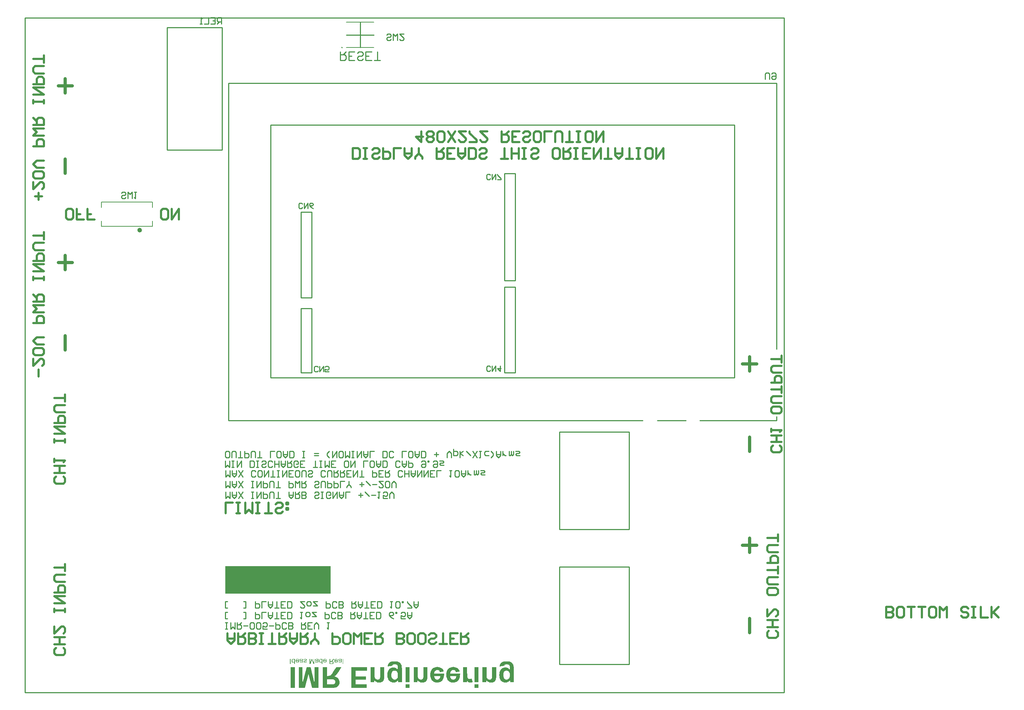
<source format=gbo>
G04*
G04 #@! TF.GenerationSoftware,Altium Limited,CircuitStudio,1.5.1 (13)*
G04*
G04 Layer_Color=9474192*
%FSLAX23Y23*%
%MOIN*%
G70*
G01*
G75*
%ADD43C,0.030*%
%ADD45C,0.010*%
%ADD46C,0.020*%
%ADD69C,0.008*%
%ADD72C,0.005*%
G36*
X5631Y2207D02*
X5639Y2206D01*
X5645Y2204D01*
X5650Y2203D01*
X5653Y2201D01*
X5655Y2201D01*
X5657Y2200D01*
X5658Y2199D01*
X5659Y2198D01*
X5660Y2198D01*
X5661Y2197D01*
X5661D01*
X5666Y2193D01*
X5671Y2188D01*
X5675Y2183D01*
X5678Y2178D01*
X5680Y2173D01*
X5681Y2171D01*
X5682Y2170D01*
X5683Y2168D01*
X5683Y2167D01*
X5684Y2167D01*
Y2166D01*
X5647Y2160D01*
X5645Y2164D01*
X5644Y2167D01*
X5643Y2170D01*
X5641Y2172D01*
X5640Y2174D01*
X5639Y2175D01*
X5638Y2175D01*
X5638Y2176D01*
X5635Y2177D01*
X5633Y2178D01*
X5630Y2179D01*
X5628Y2180D01*
X5626Y2180D01*
X5625Y2180D01*
X5623D01*
X5619Y2180D01*
X5615Y2179D01*
X5611Y2178D01*
X5608Y2176D01*
X5605Y2174D01*
X5604Y2173D01*
X5602Y2172D01*
X5602Y2171D01*
X5599Y2168D01*
X5597Y2164D01*
X5595Y2159D01*
X5594Y2155D01*
X5594Y2151D01*
X5594Y2149D01*
X5593Y2148D01*
Y2147D01*
Y2146D01*
Y2146D01*
X5685D01*
Y2138D01*
X5685Y2131D01*
X5684Y2124D01*
X5683Y2118D01*
X5682Y2113D01*
X5680Y2108D01*
X5679Y2103D01*
X5677Y2099D01*
X5675Y2095D01*
X5674Y2092D01*
X5672Y2089D01*
X5671Y2087D01*
X5670Y2085D01*
X5669Y2084D01*
X5668Y2083D01*
X5668Y2083D01*
X5665Y2079D01*
X5661Y2076D01*
X5657Y2073D01*
X5653Y2071D01*
X5649Y2069D01*
X5645Y2067D01*
X5641Y2066D01*
X5637Y2065D01*
X5633Y2064D01*
X5630Y2063D01*
X5627Y2063D01*
X5624Y2063D01*
X5622Y2062D01*
X5619D01*
X5614Y2063D01*
X5609Y2063D01*
X5605Y2064D01*
X5600Y2065D01*
X5596Y2067D01*
X5593Y2068D01*
X5589Y2070D01*
X5586Y2072D01*
X5583Y2074D01*
X5581Y2076D01*
X5579Y2078D01*
X5577Y2079D01*
X5575Y2080D01*
X5574Y2081D01*
X5574Y2082D01*
X5574Y2082D01*
X5570Y2086D01*
X5568Y2090D01*
X5565Y2094D01*
X5563Y2099D01*
X5561Y2103D01*
X5560Y2108D01*
X5558Y2116D01*
X5557Y2121D01*
X5556Y2124D01*
X5556Y2128D01*
X5556Y2130D01*
X5555Y2133D01*
Y2135D01*
Y2136D01*
Y2136D01*
X5556Y2141D01*
X5556Y2147D01*
X5557Y2151D01*
X5558Y2156D01*
X5559Y2160D01*
X5560Y2164D01*
X5561Y2168D01*
X5562Y2171D01*
X5564Y2174D01*
X5565Y2177D01*
X5566Y2179D01*
X5567Y2181D01*
X5568Y2182D01*
X5569Y2183D01*
X5569Y2184D01*
X5569Y2184D01*
X5573Y2188D01*
X5576Y2192D01*
X5580Y2195D01*
X5585Y2198D01*
X5589Y2200D01*
X5594Y2202D01*
X5598Y2204D01*
X5603Y2205D01*
X5607Y2206D01*
X5610Y2206D01*
X5614Y2207D01*
X5617Y2208D01*
X5620D01*
X5621Y2208D01*
X5623D01*
X5631Y2207D01*
D02*
G37*
G36*
X5780D02*
X5788Y2206D01*
X5794Y2204D01*
X5800Y2203D01*
X5802Y2201D01*
X5804Y2201D01*
X5806Y2200D01*
X5808Y2199D01*
X5809Y2198D01*
X5810Y2198D01*
X5810Y2197D01*
X5810D01*
X5816Y2193D01*
X5820Y2188D01*
X5824Y2183D01*
X5827Y2178D01*
X5830Y2173D01*
X5831Y2171D01*
X5832Y2170D01*
X5832Y2168D01*
X5833Y2167D01*
X5833Y2167D01*
Y2166D01*
X5796Y2160D01*
X5795Y2164D01*
X5793Y2167D01*
X5792Y2170D01*
X5790Y2172D01*
X5789Y2174D01*
X5788Y2175D01*
X5787Y2175D01*
X5787Y2176D01*
X5785Y2177D01*
X5782Y2178D01*
X5780Y2179D01*
X5778Y2180D01*
X5776Y2180D01*
X5774Y2180D01*
X5773D01*
X5768Y2180D01*
X5764Y2179D01*
X5760Y2178D01*
X5757Y2176D01*
X5755Y2174D01*
X5753Y2173D01*
X5752Y2172D01*
X5751Y2171D01*
X5748Y2168D01*
X5747Y2164D01*
X5745Y2159D01*
X5744Y2155D01*
X5743Y2151D01*
X5743Y2149D01*
X5743Y2148D01*
Y2147D01*
Y2146D01*
Y2146D01*
X5835D01*
Y2138D01*
X5834Y2131D01*
X5833Y2124D01*
X5832Y2118D01*
X5831Y2113D01*
X5830Y2108D01*
X5828Y2103D01*
X5826Y2099D01*
X5825Y2095D01*
X5823Y2092D01*
X5822Y2089D01*
X5820Y2087D01*
X5819Y2085D01*
X5818Y2084D01*
X5818Y2083D01*
X5817Y2083D01*
X5814Y2079D01*
X5810Y2076D01*
X5806Y2073D01*
X5802Y2071D01*
X5798Y2069D01*
X5794Y2067D01*
X5790Y2066D01*
X5786Y2065D01*
X5783Y2064D01*
X5779Y2063D01*
X5776Y2063D01*
X5774Y2063D01*
X5772Y2062D01*
X5768D01*
X5763Y2063D01*
X5759Y2063D01*
X5754Y2064D01*
X5750Y2065D01*
X5746Y2067D01*
X5742Y2068D01*
X5738Y2070D01*
X5735Y2072D01*
X5733Y2074D01*
X5730Y2076D01*
X5728Y2078D01*
X5726Y2079D01*
X5725Y2080D01*
X5724Y2081D01*
X5723Y2082D01*
X5723Y2082D01*
X5720Y2086D01*
X5717Y2090D01*
X5715Y2094D01*
X5712Y2099D01*
X5711Y2103D01*
X5709Y2108D01*
X5707Y2116D01*
X5706Y2121D01*
X5706Y2124D01*
X5705Y2128D01*
X5705Y2130D01*
X5705Y2133D01*
Y2135D01*
Y2136D01*
Y2136D01*
X5705Y2141D01*
X5705Y2147D01*
X5706Y2151D01*
X5707Y2156D01*
X5708Y2160D01*
X5709Y2164D01*
X5710Y2168D01*
X5712Y2171D01*
X5713Y2174D01*
X5714Y2177D01*
X5715Y2179D01*
X5716Y2181D01*
X5717Y2182D01*
X5718Y2183D01*
X5718Y2184D01*
X5719Y2184D01*
X5722Y2188D01*
X5726Y2192D01*
X5730Y2195D01*
X5734Y2198D01*
X5739Y2200D01*
X5743Y2202D01*
X5748Y2204D01*
X5752Y2205D01*
X5756Y2206D01*
X5760Y2206D01*
X5763Y2207D01*
X5767Y2208D01*
X5769D01*
X5771Y2208D01*
X5772D01*
X5780Y2207D01*
D02*
G37*
G36*
X5529Y2118D02*
Y2113D01*
X5529Y2108D01*
X5528Y2103D01*
X5528Y2100D01*
X5527Y2097D01*
X5527Y2095D01*
X5527Y2094D01*
Y2094D01*
X5526Y2090D01*
X5525Y2088D01*
X5524Y2085D01*
X5522Y2083D01*
X5521Y2081D01*
X5520Y2079D01*
X5520Y2078D01*
X5519Y2078D01*
X5517Y2076D01*
X5515Y2073D01*
X5512Y2071D01*
X5510Y2070D01*
X5507Y2068D01*
X5506Y2068D01*
X5504Y2067D01*
X5504Y2067D01*
X5500Y2065D01*
X5496Y2064D01*
X5492Y2063D01*
X5489Y2063D01*
X5486Y2063D01*
X5484Y2062D01*
X5482D01*
X5477Y2063D01*
X5472Y2063D01*
X5467Y2064D01*
X5463Y2066D01*
X5459Y2068D01*
X5455Y2070D01*
X5451Y2072D01*
X5448Y2074D01*
X5446Y2076D01*
X5443Y2078D01*
X5441Y2080D01*
X5439Y2082D01*
X5438Y2084D01*
X5437Y2085D01*
X5436Y2086D01*
X5436Y2086D01*
Y2065D01*
X5402D01*
Y2205D01*
X5439D01*
Y2142D01*
Y2138D01*
Y2134D01*
X5439Y2130D01*
X5439Y2127D01*
Y2124D01*
X5439Y2122D01*
X5440Y2119D01*
X5440Y2117D01*
X5441Y2114D01*
X5441Y2112D01*
X5441Y2110D01*
Y2110D01*
X5442Y2107D01*
X5444Y2104D01*
X5446Y2102D01*
X5447Y2099D01*
X5449Y2098D01*
X5451Y2097D01*
X5451Y2096D01*
X5452Y2096D01*
X5455Y2094D01*
X5458Y2093D01*
X5461Y2092D01*
X5463Y2091D01*
X5466Y2091D01*
X5467Y2091D01*
X5469D01*
X5472Y2091D01*
X5474Y2091D01*
X5476Y2092D01*
X5478Y2093D01*
X5480Y2093D01*
X5481Y2094D01*
X5481Y2094D01*
X5482Y2094D01*
X5484Y2096D01*
X5485Y2098D01*
X5487Y2101D01*
X5488Y2103D01*
X5489Y2104D01*
X5489Y2104D01*
Y2105D01*
X5490Y2106D01*
X5490Y2108D01*
X5491Y2112D01*
X5491Y2117D01*
X5492Y2122D01*
X5492Y2126D01*
Y2128D01*
Y2130D01*
Y2132D01*
Y2133D01*
Y2134D01*
Y2134D01*
Y2205D01*
X5529D01*
Y2118D01*
D02*
G37*
G36*
X4701Y2167D02*
X4699Y2163D01*
X4696Y2159D01*
X4694Y2156D01*
X4692Y2153D01*
X4690Y2150D01*
X4688Y2148D01*
X4685Y2143D01*
X4682Y2140D01*
X4680Y2138D01*
X4679Y2136D01*
X4679Y2136D01*
X4676Y2133D01*
X4672Y2130D01*
X4669Y2127D01*
X4665Y2125D01*
X4663Y2123D01*
X4660Y2121D01*
X4659Y2120D01*
X4659Y2120D01*
X4658D01*
X4663Y2119D01*
X4667Y2118D01*
X4671Y2117D01*
X4675Y2116D01*
X4678Y2114D01*
X4681Y2113D01*
X4684Y2111D01*
X4687Y2110D01*
X4689Y2108D01*
X4691Y2107D01*
X4693Y2106D01*
X4694Y2104D01*
X4695Y2104D01*
X4696Y2103D01*
X4696Y2103D01*
X4696Y2102D01*
X4699Y2099D01*
X4700Y2097D01*
X4704Y2091D01*
X4706Y2085D01*
X4707Y2079D01*
X4709Y2074D01*
X4709Y2072D01*
Y2070D01*
X4709Y2069D01*
Y2067D01*
Y2067D01*
Y2066D01*
X4709Y2060D01*
X4708Y2054D01*
X4706Y2049D01*
X4705Y2045D01*
X4703Y2041D01*
X4702Y2039D01*
X4701Y2038D01*
X4701Y2037D01*
X4700Y2037D01*
Y2036D01*
X4697Y2032D01*
X4694Y2028D01*
X4690Y2025D01*
X4686Y2022D01*
X4683Y2020D01*
X4680Y2019D01*
X4679Y2018D01*
X4679Y2018D01*
X4678D01*
X4675Y2017D01*
X4672Y2016D01*
X4665Y2015D01*
X4658Y2014D01*
X4651Y2013D01*
X4647D01*
X4644Y2013D01*
X4641D01*
X4639Y2013D01*
X4552D01*
Y2205D01*
X4591D01*
Y2124D01*
X4603D01*
X4607Y2125D01*
X4610Y2125D01*
X4613Y2126D01*
X4615Y2126D01*
X4617Y2126D01*
X4618Y2127D01*
X4618D01*
X4620Y2128D01*
X4622Y2129D01*
X4624Y2130D01*
X4626Y2131D01*
X4628Y2133D01*
X4629Y2134D01*
X4629Y2134D01*
X4630Y2135D01*
X4631Y2136D01*
X4632Y2138D01*
X4635Y2142D01*
X4639Y2146D01*
X4642Y2151D01*
X4645Y2156D01*
X4647Y2158D01*
X4648Y2159D01*
X4649Y2161D01*
X4650Y2162D01*
X4650Y2163D01*
X4650Y2163D01*
X4678Y2205D01*
X4725D01*
X4701Y2167D01*
D02*
G37*
G36*
X6276Y2261D02*
X6282Y2261D01*
X6288Y2260D01*
X6292Y2259D01*
X6296Y2259D01*
X6298Y2258D01*
X6300Y2257D01*
X6301Y2257D01*
X6305Y2256D01*
X6309Y2254D01*
X6312Y2252D01*
X6315Y2250D01*
X6317Y2249D01*
X6319Y2247D01*
X6320Y2247D01*
X6320Y2246D01*
X6323Y2244D01*
X6325Y2241D01*
X6327Y2237D01*
X6329Y2234D01*
X6330Y2231D01*
X6331Y2229D01*
X6331Y2228D01*
X6332Y2227D01*
X6332Y2225D01*
X6333Y2222D01*
X6334Y2216D01*
X6335Y2210D01*
X6335Y2204D01*
X6336Y2199D01*
X6336Y2197D01*
Y2194D01*
Y2193D01*
Y2192D01*
Y2191D01*
Y2191D01*
Y2065D01*
X6301D01*
Y2085D01*
X6298Y2081D01*
X6295Y2078D01*
X6291Y2074D01*
X6288Y2072D01*
X6284Y2070D01*
X6280Y2068D01*
X6277Y2066D01*
X6274Y2065D01*
X6271Y2064D01*
X6268Y2063D01*
X6265Y2063D01*
X6263Y2063D01*
X6261D01*
X6260Y2062D01*
X6259D01*
X6254Y2063D01*
X6250Y2063D01*
X6246Y2064D01*
X6241Y2065D01*
X6234Y2068D01*
X6231Y2070D01*
X6228Y2071D01*
X6226Y2073D01*
X6223Y2075D01*
X6221Y2076D01*
X6220Y2078D01*
X6218Y2079D01*
X6218Y2080D01*
X6217Y2081D01*
X6217Y2081D01*
X6214Y2084D01*
X6211Y2088D01*
X6209Y2093D01*
X6207Y2097D01*
X6206Y2101D01*
X6204Y2106D01*
X6202Y2115D01*
X6201Y2119D01*
X6201Y2123D01*
X6201Y2126D01*
X6200Y2129D01*
X6200Y2131D01*
Y2133D01*
Y2134D01*
Y2134D01*
X6200Y2139D01*
X6201Y2144D01*
X6202Y2153D01*
X6203Y2158D01*
X6204Y2161D01*
X6205Y2165D01*
X6206Y2168D01*
X6208Y2171D01*
X6209Y2174D01*
X6210Y2176D01*
X6211Y2178D01*
X6212Y2179D01*
X6212Y2180D01*
X6213Y2181D01*
Y2181D01*
X6216Y2185D01*
X6219Y2189D01*
X6223Y2192D01*
X6227Y2195D01*
X6230Y2197D01*
X6234Y2199D01*
X6238Y2201D01*
X6241Y2202D01*
X6244Y2203D01*
X6248Y2203D01*
X6250Y2204D01*
X6253Y2204D01*
X6254D01*
X6256Y2205D01*
X6257D01*
X6262Y2204D01*
X6266Y2204D01*
X6271Y2203D01*
X6274Y2201D01*
X6281Y2198D01*
X6285Y2196D01*
X6288Y2193D01*
X6290Y2191D01*
X6293Y2189D01*
X6294Y2188D01*
X6296Y2186D01*
X6297Y2184D01*
X6298Y2183D01*
X6299Y2183D01*
X6299Y2182D01*
Y2203D01*
Y2207D01*
X6299Y2210D01*
X6298Y2213D01*
X6298Y2215D01*
X6298Y2217D01*
X6297Y2218D01*
X6297Y2219D01*
Y2219D01*
X6296Y2221D01*
X6295Y2223D01*
X6294Y2225D01*
X6293Y2226D01*
X6291Y2227D01*
X6291Y2228D01*
X6290Y2228D01*
X6290Y2229D01*
X6287Y2230D01*
X6283Y2231D01*
X6280Y2232D01*
X6276Y2232D01*
X6273Y2233D01*
X6271Y2233D01*
X6268D01*
X6264Y2233D01*
X6261Y2232D01*
X6258Y2232D01*
X6256Y2231D01*
X6254Y2230D01*
X6253Y2229D01*
X6252Y2229D01*
X6252Y2229D01*
X6250Y2228D01*
X6249Y2226D01*
X6248Y2223D01*
X6248Y2221D01*
X6247Y2220D01*
X6247Y2219D01*
Y2219D01*
X6205Y2214D01*
X6204Y2216D01*
Y2217D01*
Y2218D01*
Y2218D01*
X6205Y2222D01*
X6205Y2225D01*
X6207Y2231D01*
X6209Y2236D01*
X6212Y2241D01*
X6214Y2244D01*
X6217Y2247D01*
X6219Y2249D01*
X6219Y2249D01*
X6219Y2249D01*
X6222Y2251D01*
X6226Y2253D01*
X6229Y2255D01*
X6233Y2256D01*
X6242Y2258D01*
X6250Y2260D01*
X6254Y2260D01*
X6258Y2261D01*
X6261Y2261D01*
X6264D01*
X6266Y2261D01*
X6269D01*
X6276Y2261D01*
D02*
G37*
G36*
X4278Y2284D02*
X4279Y2284D01*
X4280Y2284D01*
X4281Y2283D01*
X4282Y2283D01*
X4283Y2283D01*
X4283Y2282D01*
X4284Y2282D01*
X4284Y2281D01*
X4285Y2281D01*
X4285Y2280D01*
X4286Y2280D01*
X4286Y2280D01*
X4286Y2279D01*
X4286Y2279D01*
X4286Y2279D01*
Y2283D01*
X4292D01*
Y2235D01*
X4286D01*
Y2253D01*
X4285Y2252D01*
X4285Y2251D01*
X4284Y2251D01*
X4283Y2250D01*
X4283Y2250D01*
X4282Y2249D01*
X4282Y2249D01*
X4282Y2249D01*
X4281Y2249D01*
X4280Y2248D01*
X4279Y2248D01*
X4278Y2248D01*
X4277Y2248D01*
X4277Y2248D01*
X4276D01*
X4275Y2248D01*
X4273Y2248D01*
X4272Y2249D01*
X4271Y2249D01*
X4270Y2249D01*
X4269Y2250D01*
X4269Y2250D01*
X4269Y2250D01*
X4269Y2250D01*
X4269D01*
X4267Y2251D01*
X4266Y2252D01*
X4265Y2253D01*
X4265Y2254D01*
X4264Y2255D01*
X4264Y2256D01*
X4264Y2256D01*
X4263Y2256D01*
X4263Y2257D01*
Y2257D01*
X4263Y2258D01*
X4262Y2260D01*
X4262Y2262D01*
X4262Y2263D01*
X4262Y2264D01*
Y2265D01*
X4262Y2265D01*
Y2266D01*
Y2266D01*
Y2266D01*
Y2266D01*
X4262Y2268D01*
X4262Y2270D01*
X4262Y2271D01*
X4263Y2273D01*
X4263Y2273D01*
X4263Y2274D01*
X4263Y2274D01*
X4263Y2275D01*
X4263Y2275D01*
X4263Y2275D01*
X4263Y2275D01*
Y2276D01*
X4264Y2277D01*
X4265Y2278D01*
X4266Y2279D01*
X4267Y2280D01*
X4268Y2281D01*
X4268Y2282D01*
X4269Y2282D01*
X4269Y2282D01*
X4269D01*
X4270Y2283D01*
X4272Y2283D01*
X4273Y2284D01*
X4274Y2284D01*
X4275Y2284D01*
X4276Y2284D01*
X4276Y2284D01*
X4277D01*
X4278Y2284D01*
D02*
G37*
G36*
X4535D02*
X4536Y2284D01*
X4537Y2284D01*
X4538Y2283D01*
X4539Y2283D01*
X4540Y2283D01*
X4541Y2282D01*
X4541Y2282D01*
X4542Y2281D01*
X4542Y2281D01*
X4543Y2280D01*
X4543Y2280D01*
X4544Y2280D01*
X4544Y2279D01*
X4544Y2279D01*
X4544Y2279D01*
Y2283D01*
X4549D01*
Y2235D01*
X4543D01*
Y2253D01*
X4543Y2252D01*
X4542Y2251D01*
X4542Y2251D01*
X4541Y2250D01*
X4540Y2250D01*
X4540Y2249D01*
X4540Y2249D01*
X4539Y2249D01*
X4539Y2249D01*
X4538Y2248D01*
X4537Y2248D01*
X4536Y2248D01*
X4535Y2248D01*
X4534Y2248D01*
X4534D01*
X4532Y2248D01*
X4531Y2248D01*
X4529Y2249D01*
X4528Y2249D01*
X4527Y2249D01*
X4527Y2250D01*
X4526Y2250D01*
X4526Y2250D01*
X4526Y2250D01*
X4526D01*
X4525Y2251D01*
X4524Y2252D01*
X4523Y2253D01*
X4522Y2254D01*
X4522Y2255D01*
X4521Y2256D01*
X4521Y2256D01*
X4521Y2256D01*
X4521Y2257D01*
Y2257D01*
X4520Y2258D01*
X4520Y2260D01*
X4520Y2262D01*
X4519Y2263D01*
X4519Y2264D01*
Y2265D01*
X4519Y2265D01*
Y2266D01*
Y2266D01*
Y2266D01*
Y2266D01*
X4519Y2268D01*
X4519Y2270D01*
X4520Y2271D01*
X4520Y2273D01*
X4520Y2273D01*
X4520Y2274D01*
X4521Y2274D01*
X4521Y2275D01*
X4521Y2275D01*
X4521Y2275D01*
X4521Y2275D01*
Y2276D01*
X4522Y2277D01*
X4523Y2278D01*
X4524Y2279D01*
X4524Y2280D01*
X4525Y2281D01*
X4526Y2282D01*
X4526Y2282D01*
X4526Y2282D01*
X4526D01*
X4528Y2283D01*
X4529Y2283D01*
X4530Y2284D01*
X4532Y2284D01*
X4533Y2284D01*
X4533Y2284D01*
X4534Y2284D01*
X4534D01*
X4535Y2284D01*
D02*
G37*
G36*
X5231Y2261D02*
X5237Y2261D01*
X5243Y2260D01*
X5247Y2259D01*
X5251Y2259D01*
X5253Y2258D01*
X5255Y2257D01*
X5256Y2257D01*
X5260Y2256D01*
X5264Y2254D01*
X5267Y2252D01*
X5270Y2250D01*
X5272Y2249D01*
X5274Y2247D01*
X5275Y2247D01*
X5275Y2246D01*
X5278Y2244D01*
X5280Y2241D01*
X5282Y2237D01*
X5284Y2234D01*
X5285Y2231D01*
X5286Y2229D01*
X5286Y2228D01*
X5287Y2227D01*
X5288Y2225D01*
X5288Y2222D01*
X5289Y2216D01*
X5290Y2210D01*
X5290Y2204D01*
X5291Y2199D01*
X5291Y2197D01*
Y2194D01*
Y2193D01*
Y2192D01*
Y2191D01*
Y2191D01*
Y2065D01*
X5256D01*
Y2085D01*
X5253Y2081D01*
X5250Y2078D01*
X5246Y2074D01*
X5243Y2072D01*
X5239Y2070D01*
X5235Y2068D01*
X5232Y2066D01*
X5229Y2065D01*
X5226Y2064D01*
X5223Y2063D01*
X5220Y2063D01*
X5218Y2063D01*
X5216D01*
X5215Y2062D01*
X5214D01*
X5209Y2063D01*
X5205Y2063D01*
X5201Y2064D01*
X5196Y2065D01*
X5189Y2068D01*
X5186Y2070D01*
X5183Y2071D01*
X5181Y2073D01*
X5178Y2075D01*
X5176Y2076D01*
X5175Y2078D01*
X5173Y2079D01*
X5173Y2080D01*
X5172Y2081D01*
X5172Y2081D01*
X5169Y2084D01*
X5166Y2088D01*
X5164Y2093D01*
X5162Y2097D01*
X5161Y2101D01*
X5159Y2106D01*
X5157Y2115D01*
X5156Y2119D01*
X5156Y2123D01*
X5156Y2126D01*
X5155Y2129D01*
X5155Y2131D01*
Y2133D01*
Y2134D01*
Y2134D01*
X5155Y2139D01*
X5156Y2144D01*
X5157Y2153D01*
X5158Y2158D01*
X5159Y2161D01*
X5160Y2165D01*
X5161Y2168D01*
X5163Y2171D01*
X5164Y2174D01*
X5165Y2176D01*
X5166Y2178D01*
X5167Y2179D01*
X5167Y2180D01*
X5168Y2181D01*
Y2181D01*
X5171Y2185D01*
X5174Y2189D01*
X5178Y2192D01*
X5182Y2195D01*
X5185Y2197D01*
X5189Y2199D01*
X5193Y2201D01*
X5196Y2202D01*
X5199Y2203D01*
X5203Y2203D01*
X5205Y2204D01*
X5208Y2204D01*
X5209D01*
X5211Y2205D01*
X5212D01*
X5217Y2204D01*
X5221Y2204D01*
X5226Y2203D01*
X5229Y2201D01*
X5236Y2198D01*
X5240Y2196D01*
X5243Y2193D01*
X5245Y2191D01*
X5248Y2189D01*
X5249Y2188D01*
X5251Y2186D01*
X5252Y2184D01*
X5253Y2183D01*
X5254Y2183D01*
X5254Y2182D01*
Y2203D01*
Y2207D01*
X5254Y2210D01*
X5253Y2213D01*
X5253Y2215D01*
X5253Y2217D01*
X5252Y2218D01*
X5252Y2219D01*
Y2219D01*
X5251Y2221D01*
X5250Y2223D01*
X5249Y2225D01*
X5248Y2226D01*
X5246Y2227D01*
X5246Y2228D01*
X5245Y2228D01*
X5245Y2229D01*
X5242Y2230D01*
X5238Y2231D01*
X5235Y2232D01*
X5231Y2232D01*
X5228Y2233D01*
X5226Y2233D01*
X5223D01*
X5219Y2233D01*
X5216Y2232D01*
X5213Y2232D01*
X5211Y2231D01*
X5209Y2230D01*
X5208Y2229D01*
X5207Y2229D01*
X5207Y2229D01*
X5205Y2228D01*
X5204Y2226D01*
X5203Y2223D01*
X5203Y2221D01*
X5202Y2220D01*
X5202Y2219D01*
Y2219D01*
X5160Y2214D01*
X5159Y2216D01*
Y2217D01*
Y2218D01*
Y2218D01*
X5160Y2222D01*
X5160Y2225D01*
X5162Y2231D01*
X5164Y2236D01*
X5167Y2241D01*
X5169Y2244D01*
X5172Y2247D01*
X5174Y2249D01*
X5174Y2249D01*
X5174Y2249D01*
X5177Y2251D01*
X5181Y2253D01*
X5184Y2255D01*
X5188Y2256D01*
X5197Y2258D01*
X5205Y2260D01*
X5209Y2260D01*
X5213Y2261D01*
X5216Y2261D01*
X5219D01*
X5221Y2261D01*
X5224D01*
X5231Y2261D01*
D02*
G37*
G36*
X4253Y2235D02*
X4247D01*
Y2283D01*
X4253D01*
Y2235D01*
D02*
G37*
G36*
X5126Y2118D02*
Y2113D01*
X5126Y2108D01*
X5125Y2103D01*
X5125Y2100D01*
X5125Y2097D01*
X5124Y2095D01*
X5124Y2094D01*
Y2094D01*
X5123Y2090D01*
X5122Y2088D01*
X5121Y2085D01*
X5119Y2083D01*
X5118Y2081D01*
X5117Y2079D01*
X5117Y2078D01*
X5116Y2078D01*
X5114Y2076D01*
X5112Y2073D01*
X5109Y2071D01*
X5107Y2070D01*
X5105Y2068D01*
X5103Y2068D01*
X5101Y2067D01*
X5101Y2067D01*
X5097Y2065D01*
X5093Y2064D01*
X5090Y2063D01*
X5086Y2063D01*
X5083Y2063D01*
X5081Y2062D01*
X5079D01*
X5074Y2063D01*
X5069Y2063D01*
X5064Y2064D01*
X5060Y2066D01*
X5056Y2068D01*
X5052Y2070D01*
X5048Y2072D01*
X5045Y2074D01*
X5043Y2076D01*
X5040Y2078D01*
X5038Y2080D01*
X5036Y2082D01*
X5035Y2084D01*
X5034Y2085D01*
X5033Y2086D01*
X5033Y2086D01*
Y2065D01*
X4999D01*
Y2205D01*
X5036D01*
Y2142D01*
Y2138D01*
Y2134D01*
X5036Y2130D01*
X5036Y2127D01*
Y2124D01*
X5036Y2122D01*
X5037Y2119D01*
X5037Y2117D01*
X5038Y2114D01*
X5038Y2112D01*
X5038Y2110D01*
Y2110D01*
X5040Y2107D01*
X5041Y2104D01*
X5043Y2102D01*
X5045Y2099D01*
X5046Y2098D01*
X5048Y2097D01*
X5048Y2096D01*
X5049Y2096D01*
X5052Y2094D01*
X5055Y2093D01*
X5058Y2092D01*
X5060Y2091D01*
X5063Y2091D01*
X5064Y2091D01*
X5066D01*
X5069Y2091D01*
X5071Y2091D01*
X5073Y2092D01*
X5075Y2093D01*
X5077Y2093D01*
X5078Y2094D01*
X5078Y2094D01*
X5079Y2094D01*
X5081Y2096D01*
X5082Y2098D01*
X5085Y2101D01*
X5085Y2103D01*
X5086Y2104D01*
X5086Y2104D01*
Y2105D01*
X5087Y2106D01*
X5087Y2108D01*
X5088Y2112D01*
X5088Y2117D01*
X5089Y2122D01*
X5089Y2126D01*
Y2128D01*
Y2130D01*
Y2132D01*
Y2133D01*
Y2134D01*
Y2134D01*
Y2205D01*
X5126D01*
Y2118D01*
D02*
G37*
G36*
X4966Y2172D02*
X4859D01*
Y2120D01*
X4956D01*
Y2088D01*
X4859D01*
Y2045D01*
X4963D01*
Y2013D01*
X4820D01*
Y2205D01*
X4966D01*
Y2172D01*
D02*
G37*
G36*
X5364Y2013D02*
X5327D01*
Y2047D01*
X5364D01*
Y2013D01*
D02*
G37*
G36*
X6006D02*
X5969D01*
Y2047D01*
X6006D01*
Y2013D01*
D02*
G37*
G36*
X4291D02*
X4252D01*
Y2205D01*
X4291D01*
Y2013D01*
D02*
G37*
G36*
X4512D02*
X4454D01*
X4420Y2144D01*
X4386Y2013D01*
X4328D01*
Y2205D01*
X4363D01*
Y2054D01*
X4401Y2205D01*
X4439D01*
X4476Y2054D01*
X4477Y2205D01*
X4512D01*
Y2013D01*
D02*
G37*
G36*
X5364Y2065D02*
X5327D01*
Y2205D01*
X5364D01*
Y2065D01*
D02*
G37*
G36*
X6171Y2118D02*
Y2113D01*
X6171Y2108D01*
X6170Y2103D01*
X6170Y2100D01*
X6169Y2097D01*
X6169Y2095D01*
X6169Y2094D01*
Y2094D01*
X6168Y2090D01*
X6167Y2088D01*
X6166Y2085D01*
X6164Y2083D01*
X6163Y2081D01*
X6162Y2079D01*
X6162Y2078D01*
X6161Y2078D01*
X6159Y2076D01*
X6157Y2073D01*
X6154Y2071D01*
X6152Y2070D01*
X6149Y2068D01*
X6148Y2068D01*
X6146Y2067D01*
X6146Y2067D01*
X6142Y2065D01*
X6138Y2064D01*
X6134Y2063D01*
X6131Y2063D01*
X6128Y2063D01*
X6126Y2062D01*
X6124D01*
X6119Y2063D01*
X6114Y2063D01*
X6109Y2064D01*
X6105Y2066D01*
X6101Y2068D01*
X6097Y2070D01*
X6093Y2072D01*
X6090Y2074D01*
X6088Y2076D01*
X6085Y2078D01*
X6083Y2080D01*
X6081Y2082D01*
X6080Y2084D01*
X6079Y2085D01*
X6078Y2086D01*
X6078Y2086D01*
Y2065D01*
X6044D01*
Y2205D01*
X6081D01*
Y2142D01*
Y2138D01*
Y2134D01*
X6081Y2130D01*
X6081Y2127D01*
Y2124D01*
X6081Y2122D01*
X6082Y2119D01*
X6082Y2117D01*
X6083Y2114D01*
X6083Y2112D01*
X6083Y2110D01*
Y2110D01*
X6085Y2107D01*
X6086Y2104D01*
X6088Y2102D01*
X6090Y2099D01*
X6091Y2098D01*
X6093Y2097D01*
X6093Y2096D01*
X6094Y2096D01*
X6097Y2094D01*
X6100Y2093D01*
X6103Y2092D01*
X6105Y2091D01*
X6108Y2091D01*
X6109Y2091D01*
X6111D01*
X6114Y2091D01*
X6116Y2091D01*
X6118Y2092D01*
X6120Y2093D01*
X6122Y2093D01*
X6123Y2094D01*
X6123Y2094D01*
X6124Y2094D01*
X6126Y2096D01*
X6127Y2098D01*
X6129Y2101D01*
X6130Y2103D01*
X6131Y2104D01*
X6131Y2104D01*
Y2105D01*
X6132Y2106D01*
X6132Y2108D01*
X6133Y2112D01*
X6133Y2117D01*
X6134Y2122D01*
X6134Y2126D01*
Y2128D01*
Y2130D01*
Y2132D01*
Y2133D01*
Y2134D01*
Y2134D01*
Y2205D01*
X6171D01*
Y2118D01*
D02*
G37*
G36*
X5900Y2162D02*
Y2156D01*
Y2150D01*
X5901Y2144D01*
X5901Y2140D01*
Y2135D01*
X5901Y2132D01*
X5902Y2128D01*
X5902Y2125D01*
X5902Y2123D01*
X5902Y2121D01*
X5903Y2119D01*
Y2118D01*
X5903Y2117D01*
X5903Y2116D01*
Y2115D01*
X5904Y2111D01*
X5906Y2108D01*
X5907Y2105D01*
X5908Y2103D01*
X5910Y2102D01*
X5911Y2101D01*
X5911Y2100D01*
X5912Y2100D01*
X5914Y2098D01*
X5916Y2097D01*
X5918Y2096D01*
X5920Y2096D01*
X5922Y2096D01*
X5923Y2095D01*
X5925D01*
X5928Y2096D01*
X5931Y2096D01*
X5933Y2097D01*
X5936Y2098D01*
X5938Y2099D01*
X5940Y2101D01*
X5941Y2101D01*
X5942Y2101D01*
X5953Y2069D01*
X5949Y2067D01*
X5945Y2065D01*
X5941Y2064D01*
X5937Y2063D01*
X5934Y2063D01*
X5931Y2062D01*
X5929D01*
X5926Y2063D01*
X5923Y2063D01*
X5920Y2064D01*
X5918Y2064D01*
X5916Y2065D01*
X5914Y2066D01*
X5913Y2066D01*
X5913Y2067D01*
X5910Y2069D01*
X5908Y2071D01*
X5905Y2074D01*
X5903Y2078D01*
X5901Y2081D01*
X5899Y2083D01*
X5898Y2085D01*
X5898Y2085D01*
Y2065D01*
X5863D01*
Y2205D01*
X5900D01*
Y2162D01*
D02*
G37*
G36*
X6006Y2065D02*
X5969D01*
Y2205D01*
X6006D01*
Y2065D01*
D02*
G37*
G36*
X4744Y2235D02*
X4738D01*
Y2283D01*
X4744D01*
Y2235D01*
D02*
G37*
G36*
X4495Y2284D02*
X4496Y2284D01*
X4498Y2284D01*
X4498Y2284D01*
X4499Y2283D01*
X4500Y2283D01*
X4500Y2283D01*
X4500Y2283D01*
X4502Y2283D01*
X4503Y2282D01*
X4504Y2281D01*
X4505Y2281D01*
X4506Y2280D01*
X4506Y2280D01*
X4507Y2279D01*
X4507Y2279D01*
X4507D01*
X4507Y2280D01*
X4507Y2281D01*
X4507Y2282D01*
X4507Y2282D01*
X4508Y2283D01*
X4508Y2283D01*
X4508Y2283D01*
X4508Y2283D01*
X4514D01*
X4514Y2283D01*
X4513Y2282D01*
X4513Y2281D01*
X4513Y2281D01*
X4513Y2280D01*
X4513Y2280D01*
X4513Y2279D01*
Y2279D01*
X4513Y2279D01*
X4512Y2278D01*
Y2277D01*
X4512Y2277D01*
X4512Y2275D01*
Y2273D01*
X4512Y2272D01*
Y2271D01*
Y2270D01*
Y2270D01*
Y2269D01*
Y2269D01*
Y2269D01*
Y2261D01*
Y2260D01*
X4512Y2258D01*
X4512Y2258D01*
Y2257D01*
X4512Y2256D01*
X4512Y2256D01*
X4512Y2256D01*
Y2256D01*
X4512Y2255D01*
X4511Y2254D01*
X4511Y2253D01*
X4511Y2253D01*
X4511Y2252D01*
X4510Y2252D01*
X4510Y2252D01*
X4510Y2252D01*
X4510Y2251D01*
X4509Y2250D01*
X4508Y2250D01*
X4508Y2250D01*
X4507Y2249D01*
X4506Y2249D01*
X4506Y2249D01*
X4506Y2249D01*
X4505Y2249D01*
X4504Y2248D01*
X4502Y2248D01*
X4501Y2248D01*
X4500Y2248D01*
X4500Y2248D01*
X4499D01*
X4497Y2248D01*
X4496Y2248D01*
X4494Y2248D01*
X4493Y2248D01*
X4492Y2249D01*
X4491Y2249D01*
X4491Y2249D01*
X4491Y2249D01*
X4491Y2249D01*
X4491D01*
X4490Y2250D01*
X4489Y2250D01*
X4488Y2251D01*
X4487Y2251D01*
X4486Y2252D01*
X4486Y2252D01*
X4486Y2253D01*
X4486Y2253D01*
X4485Y2254D01*
X4484Y2255D01*
X4484Y2255D01*
X4484Y2256D01*
X4483Y2257D01*
X4483Y2258D01*
X4483Y2258D01*
Y2258D01*
X4483Y2258D01*
Y2259D01*
X4489Y2259D01*
X4489Y2258D01*
X4490Y2257D01*
X4490Y2256D01*
X4491Y2255D01*
X4491Y2255D01*
X4491Y2254D01*
X4492Y2254D01*
X4492Y2254D01*
X4493Y2254D01*
X4493Y2253D01*
X4495Y2253D01*
X4495Y2253D01*
X4496Y2253D01*
X4497Y2253D01*
X4498D01*
X4499Y2253D01*
X4501Y2253D01*
X4502Y2253D01*
X4503Y2254D01*
X4504Y2254D01*
X4504Y2254D01*
X4505Y2255D01*
X4505Y2255D01*
X4505Y2255D01*
X4506Y2256D01*
X4506Y2257D01*
X4506Y2258D01*
X4506Y2259D01*
X4506Y2259D01*
Y2260D01*
Y2260D01*
Y2260D01*
Y2260D01*
Y2260D01*
Y2261D01*
X4506Y2261D01*
Y2261D01*
Y2261D01*
X4506Y2262D01*
X4505Y2262D01*
X4503Y2262D01*
X4501Y2263D01*
X4500Y2263D01*
X4499Y2263D01*
X4498Y2263D01*
X4497Y2263D01*
X4497Y2263D01*
X4496Y2263D01*
X4496D01*
X4496Y2263D01*
X4496D01*
X4494Y2264D01*
X4493Y2264D01*
X4493Y2264D01*
X4492Y2264D01*
X4491Y2264D01*
X4491Y2264D01*
X4491Y2264D01*
X4490D01*
X4490Y2265D01*
X4489Y2265D01*
X4488Y2265D01*
X4487Y2265D01*
X4487Y2266D01*
X4487Y2266D01*
X4486Y2266D01*
X4486Y2266D01*
X4485Y2267D01*
X4485Y2267D01*
X4484Y2268D01*
X4484Y2268D01*
X4484Y2269D01*
X4483Y2269D01*
X4483Y2270D01*
X4483Y2270D01*
X4483Y2270D01*
X4483Y2271D01*
X4482Y2272D01*
X4482Y2273D01*
X4482Y2273D01*
X4482Y2274D01*
Y2274D01*
Y2274D01*
X4482Y2275D01*
X4482Y2276D01*
X4483Y2277D01*
X4483Y2278D01*
X4484Y2280D01*
X4484Y2280D01*
X4485Y2281D01*
X4485Y2281D01*
X4485Y2281D01*
X4486Y2282D01*
X4488Y2283D01*
X4489Y2284D01*
X4491Y2284D01*
X4492Y2284D01*
X4492Y2284D01*
X4493D01*
X4493Y2284D01*
X4494D01*
X4495Y2284D01*
D02*
G37*
G36*
X4350D02*
X4351Y2284D01*
X4352Y2284D01*
X4353Y2284D01*
X4354Y2283D01*
X4354Y2283D01*
X4355Y2283D01*
X4355Y2283D01*
X4356Y2283D01*
X4357Y2282D01*
X4358Y2281D01*
X4359Y2281D01*
X4360Y2280D01*
X4361Y2280D01*
X4361Y2279D01*
X4361Y2279D01*
X4361D01*
X4361Y2280D01*
X4362Y2281D01*
X4362Y2282D01*
X4362Y2282D01*
X4362Y2283D01*
X4362Y2283D01*
X4362Y2283D01*
X4362Y2283D01*
X4369D01*
X4368Y2283D01*
X4368Y2282D01*
X4368Y2281D01*
X4367Y2281D01*
X4367Y2280D01*
X4367Y2280D01*
X4367Y2279D01*
Y2279D01*
X4367Y2279D01*
X4367Y2278D01*
Y2277D01*
X4367Y2277D01*
X4367Y2275D01*
Y2273D01*
X4367Y2272D01*
Y2271D01*
Y2270D01*
Y2270D01*
Y2269D01*
Y2269D01*
Y2269D01*
Y2261D01*
Y2260D01*
X4367Y2258D01*
X4367Y2258D01*
Y2257D01*
X4367Y2256D01*
X4366Y2256D01*
X4366Y2256D01*
Y2256D01*
X4366Y2255D01*
X4366Y2254D01*
X4366Y2253D01*
X4365Y2253D01*
X4365Y2252D01*
X4365Y2252D01*
X4365Y2252D01*
X4365Y2252D01*
X4364Y2251D01*
X4363Y2250D01*
X4363Y2250D01*
X4362Y2250D01*
X4361Y2249D01*
X4361Y2249D01*
X4361Y2249D01*
X4360Y2249D01*
X4359Y2249D01*
X4358Y2248D01*
X4357Y2248D01*
X4356Y2248D01*
X4355Y2248D01*
X4354Y2248D01*
X4353D01*
X4352Y2248D01*
X4350Y2248D01*
X4349Y2248D01*
X4348Y2248D01*
X4347Y2249D01*
X4346Y2249D01*
X4346Y2249D01*
X4345Y2249D01*
X4345Y2249D01*
X4345D01*
X4344Y2250D01*
X4343Y2250D01*
X4342Y2251D01*
X4341Y2251D01*
X4341Y2252D01*
X4340Y2252D01*
X4340Y2253D01*
X4340Y2253D01*
X4339Y2254D01*
X4339Y2255D01*
X4339Y2255D01*
X4338Y2256D01*
X4338Y2257D01*
X4338Y2258D01*
X4338Y2258D01*
Y2258D01*
X4338Y2258D01*
Y2259D01*
X4343Y2259D01*
X4344Y2258D01*
X4344Y2257D01*
X4345Y2256D01*
X4345Y2255D01*
X4345Y2255D01*
X4346Y2254D01*
X4346Y2254D01*
X4346Y2254D01*
X4347Y2254D01*
X4348Y2253D01*
X4349Y2253D01*
X4350Y2253D01*
X4351Y2253D01*
X4352Y2253D01*
X4352D01*
X4354Y2253D01*
X4355Y2253D01*
X4356Y2253D01*
X4357Y2254D01*
X4358Y2254D01*
X4359Y2254D01*
X4359Y2255D01*
X4359Y2255D01*
X4360Y2255D01*
X4360Y2256D01*
X4360Y2257D01*
X4361Y2258D01*
X4361Y2259D01*
X4361Y2259D01*
Y2260D01*
Y2260D01*
Y2260D01*
Y2260D01*
Y2260D01*
Y2261D01*
X4361Y2261D01*
Y2261D01*
Y2261D01*
X4360Y2262D01*
X4359Y2262D01*
X4358Y2262D01*
X4356Y2263D01*
X4354Y2263D01*
X4353Y2263D01*
X4353Y2263D01*
X4352Y2263D01*
X4351Y2263D01*
X4351Y2263D01*
X4351D01*
X4350Y2263D01*
X4350D01*
X4349Y2264D01*
X4348Y2264D01*
X4347Y2264D01*
X4346Y2264D01*
X4346Y2264D01*
X4345Y2264D01*
X4345Y2264D01*
X4345D01*
X4344Y2265D01*
X4343Y2265D01*
X4343Y2265D01*
X4342Y2265D01*
X4341Y2266D01*
X4341Y2266D01*
X4341Y2266D01*
X4341Y2266D01*
X4340Y2267D01*
X4339Y2267D01*
X4339Y2268D01*
X4338Y2268D01*
X4338Y2269D01*
X4338Y2269D01*
X4338Y2270D01*
X4338Y2270D01*
X4337Y2270D01*
X4337Y2271D01*
X4337Y2272D01*
X4337Y2273D01*
X4337Y2273D01*
X4336Y2274D01*
Y2274D01*
Y2274D01*
X4337Y2275D01*
X4337Y2276D01*
X4337Y2277D01*
X4337Y2278D01*
X4338Y2280D01*
X4339Y2280D01*
X4339Y2281D01*
X4339Y2281D01*
X4340Y2281D01*
X4341Y2282D01*
X4342Y2283D01*
X4344Y2284D01*
X4345Y2284D01*
X4346Y2284D01*
X4347Y2284D01*
X4347D01*
X4348Y2284D01*
X4348D01*
X4350Y2284D01*
D02*
G37*
G36*
X4318Y2284D02*
X4320Y2284D01*
X4322Y2283D01*
X4322Y2283D01*
X4323Y2283D01*
X4324Y2282D01*
X4324Y2282D01*
X4325Y2282D01*
X4325Y2282D01*
X4325Y2282D01*
X4325Y2281D01*
X4326Y2281D01*
X4326D01*
X4327Y2280D01*
X4328Y2279D01*
X4329Y2277D01*
X4330Y2276D01*
X4330Y2275D01*
X4331Y2274D01*
X4331Y2274D01*
X4331Y2273D01*
X4331Y2273D01*
X4331Y2273D01*
Y2273D01*
X4325Y2272D01*
X4324Y2274D01*
X4324Y2275D01*
X4323Y2276D01*
X4323Y2276D01*
X4322Y2277D01*
X4322Y2277D01*
X4321Y2278D01*
X4321Y2278D01*
X4320Y2278D01*
X4319Y2279D01*
X4319Y2279D01*
X4318Y2279D01*
X4317Y2279D01*
X4316Y2279D01*
X4316D01*
X4315Y2279D01*
X4314Y2279D01*
X4313Y2279D01*
X4312Y2278D01*
X4310Y2278D01*
X4310Y2277D01*
X4309Y2277D01*
X4309Y2277D01*
X4308Y2276D01*
X4308D01*
X4307Y2275D01*
X4307Y2274D01*
X4306Y2272D01*
X4306Y2271D01*
X4305Y2270D01*
X4305Y2269D01*
X4305Y2269D01*
Y2268D01*
X4305Y2268D01*
Y2268D01*
Y2268D01*
X4331D01*
X4331Y2267D01*
Y2266D01*
Y2266D01*
Y2266D01*
X4331Y2264D01*
X4331Y2263D01*
X4331Y2262D01*
X4331Y2260D01*
X4330Y2259D01*
X4330Y2258D01*
X4329Y2257D01*
X4329Y2256D01*
X4329Y2255D01*
X4328Y2255D01*
X4328Y2254D01*
X4328Y2254D01*
X4327Y2253D01*
X4327Y2253D01*
X4327Y2253D01*
X4327Y2253D01*
X4326Y2252D01*
X4325Y2251D01*
X4324Y2250D01*
X4323Y2250D01*
X4322Y2249D01*
X4321Y2249D01*
X4320Y2249D01*
X4319Y2248D01*
X4319Y2248D01*
X4318Y2248D01*
X4317Y2248D01*
X4317Y2248D01*
X4316Y2248D01*
X4315D01*
X4314Y2248D01*
X4313Y2248D01*
X4312Y2248D01*
X4311Y2249D01*
X4309Y2249D01*
X4309Y2249D01*
X4308Y2250D01*
X4307Y2250D01*
X4306Y2251D01*
X4305Y2251D01*
X4305Y2252D01*
X4305Y2252D01*
X4304Y2252D01*
X4304Y2253D01*
X4304Y2253D01*
X4304Y2253D01*
X4303Y2254D01*
X4302Y2255D01*
X4302Y2256D01*
X4301Y2257D01*
X4301Y2258D01*
X4300Y2259D01*
X4300Y2261D01*
X4300Y2262D01*
X4299Y2263D01*
X4299Y2264D01*
X4299Y2265D01*
X4299Y2266D01*
Y2266D01*
Y2266D01*
Y2266D01*
X4299Y2268D01*
X4299Y2269D01*
X4300Y2271D01*
X4300Y2272D01*
X4300Y2273D01*
X4301Y2274D01*
X4301Y2275D01*
X4301Y2276D01*
X4302Y2277D01*
X4302Y2278D01*
X4303Y2278D01*
X4303Y2279D01*
X4303Y2279D01*
X4303Y2279D01*
X4304Y2280D01*
X4304Y2280D01*
X4305Y2280D01*
X4305Y2281D01*
X4306Y2282D01*
X4307Y2282D01*
X4308Y2283D01*
X4309Y2283D01*
X4311Y2284D01*
X4312Y2284D01*
X4313Y2284D01*
X4314Y2284D01*
X4314Y2284D01*
X4315Y2284D01*
X4316D01*
X4318Y2284D01*
D02*
G37*
G36*
X4712Y2284D02*
X4713Y2284D01*
X4714Y2284D01*
X4715Y2284D01*
X4716Y2283D01*
X4716Y2283D01*
X4717Y2283D01*
X4717Y2283D01*
X4718Y2283D01*
X4719Y2282D01*
X4720Y2281D01*
X4721Y2281D01*
X4722Y2280D01*
X4723Y2280D01*
X4723Y2279D01*
X4723Y2279D01*
X4723D01*
X4723Y2280D01*
X4724Y2281D01*
X4724Y2282D01*
X4724Y2282D01*
X4724Y2283D01*
X4724Y2283D01*
X4724Y2283D01*
X4724Y2283D01*
X4731D01*
X4730Y2283D01*
X4730Y2282D01*
X4730Y2281D01*
X4729Y2281D01*
X4729Y2280D01*
X4729Y2280D01*
X4729Y2279D01*
Y2279D01*
X4729Y2279D01*
X4729Y2278D01*
Y2277D01*
X4729Y2277D01*
X4729Y2275D01*
Y2273D01*
X4729Y2272D01*
Y2271D01*
Y2270D01*
Y2270D01*
Y2269D01*
Y2269D01*
Y2269D01*
Y2261D01*
Y2260D01*
X4729Y2258D01*
X4729Y2258D01*
Y2257D01*
X4729Y2256D01*
X4728Y2256D01*
X4728Y2256D01*
Y2256D01*
X4728Y2255D01*
X4728Y2254D01*
X4728Y2253D01*
X4727Y2253D01*
X4727Y2252D01*
X4727Y2252D01*
X4727Y2252D01*
X4727Y2252D01*
X4726Y2251D01*
X4725Y2250D01*
X4725Y2250D01*
X4724Y2250D01*
X4723Y2249D01*
X4723Y2249D01*
X4723Y2249D01*
X4722Y2249D01*
X4721Y2249D01*
X4720Y2248D01*
X4719Y2248D01*
X4718Y2248D01*
X4717Y2248D01*
X4716Y2248D01*
X4715D01*
X4714Y2248D01*
X4712Y2248D01*
X4711Y2248D01*
X4710Y2248D01*
X4709Y2249D01*
X4708Y2249D01*
X4708Y2249D01*
X4707Y2249D01*
X4707Y2249D01*
X4707D01*
X4706Y2250D01*
X4705Y2250D01*
X4704Y2251D01*
X4703Y2251D01*
X4703Y2252D01*
X4702Y2252D01*
X4702Y2253D01*
X4702Y2253D01*
X4701Y2254D01*
X4701Y2255D01*
X4700Y2255D01*
X4700Y2256D01*
X4700Y2257D01*
X4700Y2258D01*
X4700Y2258D01*
Y2258D01*
X4700Y2258D01*
Y2259D01*
X4705Y2259D01*
X4706Y2258D01*
X4706Y2257D01*
X4707Y2256D01*
X4707Y2255D01*
X4707Y2255D01*
X4708Y2254D01*
X4708Y2254D01*
X4708Y2254D01*
X4709Y2254D01*
X4710Y2253D01*
X4711Y2253D01*
X4712Y2253D01*
X4713Y2253D01*
X4714Y2253D01*
X4714D01*
X4716Y2253D01*
X4717Y2253D01*
X4718Y2253D01*
X4719Y2254D01*
X4720Y2254D01*
X4721Y2254D01*
X4721Y2255D01*
X4721Y2255D01*
X4722Y2255D01*
X4722Y2256D01*
X4722Y2257D01*
X4723Y2258D01*
X4723Y2259D01*
X4723Y2259D01*
Y2260D01*
Y2260D01*
Y2260D01*
Y2260D01*
Y2260D01*
Y2261D01*
X4723Y2261D01*
Y2261D01*
Y2261D01*
X4722Y2262D01*
X4721Y2262D01*
X4720Y2262D01*
X4718Y2263D01*
X4716Y2263D01*
X4715Y2263D01*
X4715Y2263D01*
X4714Y2263D01*
X4713Y2263D01*
X4713Y2263D01*
X4713D01*
X4712Y2263D01*
X4712D01*
X4711Y2264D01*
X4710Y2264D01*
X4709Y2264D01*
X4708Y2264D01*
X4708Y2264D01*
X4707Y2264D01*
X4707Y2264D01*
X4707D01*
X4706Y2265D01*
X4705Y2265D01*
X4705Y2265D01*
X4704Y2265D01*
X4703Y2266D01*
X4703Y2266D01*
X4703Y2266D01*
X4703Y2266D01*
X4702Y2267D01*
X4701Y2267D01*
X4701Y2268D01*
X4700Y2268D01*
X4700Y2269D01*
X4700Y2269D01*
X4700Y2270D01*
X4700Y2270D01*
X4699Y2270D01*
X4699Y2271D01*
X4699Y2272D01*
X4699Y2273D01*
X4699Y2273D01*
X4698Y2274D01*
Y2274D01*
Y2274D01*
X4699Y2275D01*
X4699Y2276D01*
X4699Y2277D01*
X4699Y2278D01*
X4700Y2280D01*
X4701Y2280D01*
X4701Y2281D01*
X4701Y2281D01*
X4702Y2281D01*
X4703Y2282D01*
X4704Y2283D01*
X4706Y2284D01*
X4707Y2284D01*
X4708Y2284D01*
X4709Y2284D01*
X4709D01*
X4710Y2284D01*
X4710D01*
X4712Y2284D01*
D02*
G37*
G36*
X4649Y2270D02*
X4649Y2269D01*
X4648Y2268D01*
X4647Y2267D01*
X4646Y2266D01*
X4645Y2265D01*
X4645Y2265D01*
X4644Y2264D01*
X4644Y2264D01*
X4644Y2264D01*
X4643Y2263D01*
X4642Y2262D01*
X4641Y2262D01*
X4641Y2262D01*
X4641Y2262D01*
X4640Y2262D01*
X4642Y2261D01*
X4643Y2261D01*
X4644Y2261D01*
X4645Y2261D01*
X4646Y2260D01*
X4647Y2260D01*
X4647Y2259D01*
X4648Y2259D01*
X4649Y2259D01*
X4649Y2258D01*
X4650Y2258D01*
X4650Y2258D01*
X4650Y2258D01*
X4650Y2257D01*
X4651Y2257D01*
X4651Y2257D01*
X4651Y2257D01*
X4652Y2256D01*
X4653Y2254D01*
X4653Y2253D01*
X4654Y2252D01*
X4654Y2250D01*
X4654Y2250D01*
Y2249D01*
X4654Y2249D01*
Y2249D01*
Y2249D01*
Y2249D01*
X4654Y2247D01*
X4654Y2246D01*
X4653Y2245D01*
X4653Y2243D01*
X4653Y2243D01*
X4652Y2242D01*
X4652Y2241D01*
X4652Y2241D01*
Y2241D01*
X4651Y2240D01*
X4650Y2239D01*
X4649Y2238D01*
X4649Y2238D01*
X4648Y2237D01*
X4647Y2237D01*
X4647Y2237D01*
X4647Y2237D01*
X4647D01*
X4646Y2237D01*
X4645Y2236D01*
X4644Y2236D01*
X4642Y2236D01*
X4640Y2236D01*
X4639Y2236D01*
X4638D01*
X4638Y2235D01*
X4616D01*
Y2283D01*
X4622D01*
Y2262D01*
X4630D01*
X4631Y2262D01*
X4631D01*
X4632Y2262D01*
X4632Y2262D01*
X4633D01*
X4633Y2262D01*
X4633D01*
X4634Y2263D01*
X4634Y2263D01*
X4635Y2263D01*
X4635Y2263D01*
X4635Y2264D01*
X4636Y2264D01*
X4636Y2264D01*
X4636Y2264D01*
X4637Y2265D01*
X4638Y2266D01*
X4638Y2266D01*
X4639Y2267D01*
X4639Y2267D01*
X4639Y2267D01*
X4640Y2268D01*
X4640Y2269D01*
X4641Y2270D01*
X4642Y2271D01*
X4643Y2272D01*
X4643Y2273D01*
X4643Y2273D01*
X4643Y2273D01*
X4644Y2273D01*
Y2273D01*
X4650Y2283D01*
X4658D01*
X4649Y2270D01*
D02*
G37*
G36*
X4626Y3130D02*
Y2894D01*
X3642D01*
Y3150D01*
X4626D01*
Y3130D01*
D02*
G37*
G36*
X4474Y2235D02*
X4466D01*
X4454Y2269D01*
X4454Y2271D01*
X4453Y2272D01*
X4453Y2274D01*
X4452Y2275D01*
X4452Y2275D01*
X4452Y2276D01*
X4452Y2276D01*
X4452Y2277D01*
X4452Y2276D01*
X4451Y2275D01*
X4451Y2273D01*
X4450Y2272D01*
X4450Y2271D01*
X4450Y2270D01*
X4450Y2270D01*
X4450Y2270D01*
X4450Y2270D01*
Y2270D01*
X4438Y2235D01*
X4429D01*
Y2283D01*
X4435D01*
Y2243D01*
X4449Y2283D01*
X4454D01*
X4468Y2243D01*
Y2283D01*
X4474D01*
Y2235D01*
D02*
G37*
G36*
X4390Y2284D02*
X4391Y2284D01*
X4392Y2284D01*
X4394Y2284D01*
X4394Y2283D01*
X4395Y2283D01*
X4396Y2283D01*
X4396Y2283D01*
X4396D01*
X4397Y2282D01*
X4398Y2282D01*
X4399Y2281D01*
X4399Y2280D01*
X4400Y2280D01*
X4400Y2279D01*
X4401Y2279D01*
X4401Y2279D01*
X4401Y2278D01*
X4402Y2277D01*
X4402Y2276D01*
X4402Y2275D01*
X4402Y2274D01*
X4402Y2274D01*
Y2273D01*
Y2273D01*
X4402Y2272D01*
X4402Y2271D01*
X4402Y2270D01*
X4402Y2270D01*
X4401Y2269D01*
X4401Y2269D01*
X4401Y2268D01*
X4401Y2268D01*
X4400Y2268D01*
X4400Y2267D01*
X4399Y2266D01*
X4399Y2266D01*
X4398Y2266D01*
X4397Y2265D01*
X4397Y2265D01*
X4397Y2265D01*
X4397Y2265D01*
X4396Y2265D01*
X4395Y2264D01*
X4393Y2264D01*
X4392Y2263D01*
X4390Y2263D01*
X4390Y2263D01*
X4389Y2263D01*
X4389Y2263D01*
X4389Y2262D01*
X4388Y2262D01*
X4388D01*
X4388Y2262D01*
X4387Y2262D01*
X4386Y2262D01*
X4386Y2262D01*
X4385Y2261D01*
X4384Y2261D01*
X4384Y2261D01*
X4383Y2261D01*
X4383Y2261D01*
X4383D01*
X4383Y2261D01*
X4382Y2260D01*
X4382Y2260D01*
X4381Y2260D01*
X4381Y2260D01*
X4381Y2259D01*
X4381Y2259D01*
X4381Y2259D01*
X4380Y2259D01*
X4380Y2258D01*
Y2258D01*
X4380Y2257D01*
Y2257D01*
Y2257D01*
X4380Y2257D01*
X4380Y2256D01*
X4381Y2255D01*
X4381Y2255D01*
X4381Y2255D01*
X4382Y2254D01*
X4382Y2254D01*
X4382Y2254D01*
X4383Y2254D01*
X4384Y2253D01*
X4385Y2253D01*
X4385Y2253D01*
X4386Y2253D01*
X4387Y2253D01*
X4388D01*
X4389Y2253D01*
X4390Y2253D01*
X4391Y2253D01*
X4392Y2253D01*
X4392Y2254D01*
X4393Y2254D01*
X4393Y2254D01*
X4393Y2254D01*
X4394Y2255D01*
X4394Y2256D01*
X4395Y2256D01*
X4395Y2257D01*
X4395Y2258D01*
X4395Y2258D01*
X4395Y2258D01*
Y2258D01*
X4401Y2258D01*
X4401Y2256D01*
X4401Y2255D01*
X4400Y2255D01*
X4400Y2254D01*
X4400Y2253D01*
X4399Y2253D01*
X4399Y2252D01*
X4399Y2252D01*
X4398Y2252D01*
X4398Y2251D01*
X4397Y2250D01*
X4396Y2250D01*
X4395Y2250D01*
X4395Y2249D01*
X4395Y2249D01*
X4395Y2249D01*
X4394D01*
X4393Y2249D01*
X4392Y2248D01*
X4391Y2248D01*
X4390Y2248D01*
X4389Y2248D01*
X4388Y2248D01*
X4386D01*
X4385Y2248D01*
X4384Y2248D01*
X4384Y2248D01*
X4383Y2248D01*
X4383Y2248D01*
X4382Y2249D01*
X4382Y2249D01*
X4381Y2249D01*
X4381Y2249D01*
X4380Y2249D01*
X4379Y2250D01*
X4379Y2250D01*
X4379Y2250D01*
X4378Y2250D01*
X4378Y2250D01*
X4378Y2251D01*
X4377Y2251D01*
X4377Y2252D01*
X4376Y2252D01*
X4376Y2253D01*
X4376Y2253D01*
X4376Y2254D01*
X4375Y2254D01*
X4375Y2254D01*
X4375Y2255D01*
X4375Y2256D01*
X4375Y2256D01*
X4375Y2257D01*
X4374Y2258D01*
Y2258D01*
Y2258D01*
X4375Y2259D01*
X4375Y2260D01*
X4375Y2261D01*
X4375Y2261D01*
X4375Y2262D01*
X4375Y2262D01*
X4376Y2263D01*
X4376Y2263D01*
X4376Y2263D01*
X4377Y2264D01*
X4378Y2265D01*
X4378Y2265D01*
X4379Y2265D01*
X4379Y2266D01*
X4379Y2266D01*
X4380Y2266D01*
X4380Y2266D01*
X4381Y2266D01*
X4382Y2267D01*
X4383Y2267D01*
X4385Y2268D01*
X4386Y2268D01*
X4387Y2268D01*
X4388Y2268D01*
X4388Y2269D01*
X4388Y2269D01*
X4388Y2269D01*
X4389D01*
X4389Y2269D01*
X4390Y2269D01*
X4391Y2269D01*
X4392Y2270D01*
X4392Y2270D01*
X4393Y2270D01*
X4393Y2270D01*
X4394Y2270D01*
X4394Y2271D01*
X4395Y2271D01*
X4395Y2271D01*
X4395Y2271D01*
X4396Y2272D01*
X4396Y2272D01*
X4396Y2273D01*
X4396Y2273D01*
X4396Y2274D01*
Y2274D01*
Y2274D01*
X4396Y2275D01*
X4396Y2275D01*
X4396Y2276D01*
X4395Y2277D01*
X4395Y2277D01*
X4395Y2277D01*
X4394Y2278D01*
X4394Y2278D01*
X4394Y2278D01*
X4393Y2279D01*
X4392Y2279D01*
X4391Y2279D01*
X4390Y2279D01*
X4389Y2279D01*
X4388D01*
X4387Y2279D01*
X4386Y2279D01*
X4385Y2279D01*
X4384Y2278D01*
X4383Y2278D01*
X4382Y2278D01*
X4382Y2278D01*
X4382Y2278D01*
X4381Y2277D01*
X4381Y2276D01*
X4380Y2275D01*
X4380Y2274D01*
X4380Y2273D01*
X4379Y2273D01*
X4379Y2272D01*
Y2272D01*
Y2272D01*
X4373Y2273D01*
X4374Y2275D01*
X4375Y2277D01*
X4375Y2278D01*
X4376Y2279D01*
X4377Y2280D01*
X4377Y2281D01*
X4378Y2281D01*
X4378Y2281D01*
X4378Y2281D01*
X4379Y2282D01*
X4379Y2282D01*
X4381Y2283D01*
X4383Y2284D01*
X4385Y2284D01*
X4385Y2284D01*
X4386Y2284D01*
X4387Y2284D01*
X4387D01*
X4388Y2284D01*
X4388D01*
X4390Y2284D01*
D02*
G37*
G36*
X4575Y2284D02*
X4577Y2284D01*
X4579Y2283D01*
X4580Y2283D01*
X4581Y2283D01*
X4581Y2282D01*
X4582Y2282D01*
X4582Y2282D01*
X4583Y2282D01*
X4583Y2282D01*
X4583Y2281D01*
X4583Y2281D01*
X4583D01*
X4585Y2280D01*
X4586Y2279D01*
X4587Y2277D01*
X4587Y2276D01*
X4588Y2275D01*
X4588Y2274D01*
X4588Y2274D01*
X4588Y2273D01*
X4589Y2273D01*
X4589Y2273D01*
Y2273D01*
X4583Y2272D01*
X4582Y2274D01*
X4581Y2275D01*
X4581Y2276D01*
X4580Y2276D01*
X4580Y2277D01*
X4579Y2277D01*
X4579Y2278D01*
X4579Y2278D01*
X4578Y2278D01*
X4577Y2279D01*
X4576Y2279D01*
X4575Y2279D01*
X4574Y2279D01*
X4574Y2279D01*
X4573D01*
X4572Y2279D01*
X4572Y2279D01*
X4570Y2279D01*
X4569Y2278D01*
X4568Y2278D01*
X4567Y2277D01*
X4566Y2277D01*
X4566Y2277D01*
X4566Y2276D01*
X4566D01*
X4565Y2275D01*
X4564Y2274D01*
X4564Y2272D01*
X4563Y2271D01*
X4563Y2270D01*
X4563Y2269D01*
X4563Y2269D01*
Y2268D01*
X4563Y2268D01*
Y2268D01*
Y2268D01*
X4589D01*
X4589Y2267D01*
Y2266D01*
Y2266D01*
Y2266D01*
X4589Y2264D01*
X4589Y2263D01*
X4588Y2262D01*
X4588Y2260D01*
X4588Y2259D01*
X4587Y2258D01*
X4587Y2257D01*
X4587Y2256D01*
X4586Y2255D01*
X4586Y2255D01*
X4585Y2254D01*
X4585Y2254D01*
X4585Y2253D01*
X4585Y2253D01*
X4584Y2253D01*
X4584Y2253D01*
X4584Y2252D01*
X4583Y2251D01*
X4582Y2250D01*
X4581Y2250D01*
X4580Y2249D01*
X4579Y2249D01*
X4578Y2249D01*
X4577Y2248D01*
X4576Y2248D01*
X4575Y2248D01*
X4575Y2248D01*
X4574Y2248D01*
X4574Y2248D01*
X4573D01*
X4572Y2248D01*
X4570Y2248D01*
X4569Y2248D01*
X4568Y2249D01*
X4567Y2249D01*
X4566Y2249D01*
X4565Y2250D01*
X4564Y2250D01*
X4564Y2251D01*
X4563Y2251D01*
X4562Y2252D01*
X4562Y2252D01*
X4562Y2252D01*
X4561Y2253D01*
X4561Y2253D01*
X4561Y2253D01*
X4560Y2254D01*
X4560Y2255D01*
X4559Y2256D01*
X4559Y2257D01*
X4558Y2258D01*
X4558Y2259D01*
X4557Y2261D01*
X4557Y2262D01*
X4557Y2263D01*
X4557Y2264D01*
X4557Y2265D01*
X4557Y2266D01*
Y2266D01*
Y2266D01*
Y2266D01*
X4557Y2268D01*
X4557Y2269D01*
X4557Y2271D01*
X4557Y2272D01*
X4558Y2273D01*
X4558Y2274D01*
X4559Y2275D01*
X4559Y2276D01*
X4559Y2277D01*
X4560Y2278D01*
X4560Y2278D01*
X4560Y2279D01*
X4561Y2279D01*
X4561Y2279D01*
X4561Y2280D01*
X4561Y2280D01*
X4562Y2280D01*
X4563Y2281D01*
X4564Y2282D01*
X4565Y2282D01*
X4566Y2283D01*
X4567Y2283D01*
X4569Y2284D01*
X4570Y2284D01*
X4571Y2284D01*
X4571Y2284D01*
X4572Y2284D01*
X4573Y2284D01*
X4573D01*
X4575Y2284D01*
D02*
G37*
G36*
X4680D02*
X4682Y2284D01*
X4684Y2283D01*
X4684Y2283D01*
X4685Y2283D01*
X4686Y2282D01*
X4686Y2282D01*
X4687Y2282D01*
X4687Y2282D01*
X4687Y2282D01*
X4687Y2281D01*
X4688Y2281D01*
X4688D01*
X4689Y2280D01*
X4690Y2279D01*
X4691Y2277D01*
X4692Y2276D01*
X4692Y2275D01*
X4693Y2274D01*
X4693Y2274D01*
X4693Y2273D01*
X4693Y2273D01*
X4693Y2273D01*
Y2273D01*
X4687Y2272D01*
X4686Y2274D01*
X4686Y2275D01*
X4685Y2276D01*
X4685Y2276D01*
X4684Y2277D01*
X4684Y2277D01*
X4683Y2278D01*
X4683Y2278D01*
X4682Y2278D01*
X4681Y2279D01*
X4681Y2279D01*
X4680Y2279D01*
X4679Y2279D01*
X4678Y2279D01*
X4678D01*
X4677Y2279D01*
X4676Y2279D01*
X4675Y2279D01*
X4674Y2278D01*
X4672Y2278D01*
X4672Y2277D01*
X4671Y2277D01*
X4671Y2277D01*
X4670Y2276D01*
X4670D01*
X4669Y2275D01*
X4669Y2274D01*
X4668Y2272D01*
X4668Y2271D01*
X4667Y2270D01*
X4667Y2269D01*
X4667Y2269D01*
Y2268D01*
X4667Y2268D01*
Y2268D01*
Y2268D01*
X4693D01*
X4693Y2267D01*
Y2266D01*
Y2266D01*
Y2266D01*
X4693Y2264D01*
X4693Y2263D01*
X4693Y2262D01*
X4693Y2260D01*
X4692Y2259D01*
X4692Y2258D01*
X4691Y2257D01*
X4691Y2256D01*
X4691Y2255D01*
X4690Y2255D01*
X4690Y2254D01*
X4690Y2254D01*
X4689Y2253D01*
X4689Y2253D01*
X4689Y2253D01*
X4689Y2253D01*
X4688Y2252D01*
X4687Y2251D01*
X4686Y2250D01*
X4685Y2250D01*
X4684Y2249D01*
X4683Y2249D01*
X4682Y2249D01*
X4681Y2248D01*
X4681Y2248D01*
X4680Y2248D01*
X4679Y2248D01*
X4679Y2248D01*
X4678Y2248D01*
X4677D01*
X4676Y2248D01*
X4675Y2248D01*
X4674Y2248D01*
X4673Y2249D01*
X4671Y2249D01*
X4671Y2249D01*
X4670Y2250D01*
X4669Y2250D01*
X4668Y2251D01*
X4667Y2251D01*
X4667Y2252D01*
X4666Y2252D01*
X4666Y2252D01*
X4666Y2253D01*
X4666Y2253D01*
X4666Y2253D01*
X4665Y2254D01*
X4664Y2255D01*
X4664Y2256D01*
X4663Y2257D01*
X4663Y2258D01*
X4662Y2259D01*
X4662Y2261D01*
X4661Y2262D01*
X4661Y2263D01*
X4661Y2264D01*
X4661Y2265D01*
X4661Y2266D01*
Y2266D01*
Y2266D01*
Y2266D01*
X4661Y2268D01*
X4661Y2269D01*
X4662Y2271D01*
X4662Y2272D01*
X4662Y2273D01*
X4663Y2274D01*
X4663Y2275D01*
X4663Y2276D01*
X4664Y2277D01*
X4664Y2278D01*
X4665Y2278D01*
X4665Y2279D01*
X4665Y2279D01*
X4665Y2279D01*
X4666Y2280D01*
X4666Y2280D01*
X4666Y2280D01*
X4667Y2281D01*
X4668Y2282D01*
X4669Y2282D01*
X4670Y2283D01*
X4671Y2283D01*
X4673Y2284D01*
X4674Y2284D01*
X4675Y2284D01*
X4676Y2284D01*
X4676Y2284D01*
X4677Y2284D01*
X4678D01*
X4680Y2284D01*
D02*
G37*
%LPC*%
G36*
X4350Y2280D02*
X4350D01*
X4349Y2280D01*
X4348Y2279D01*
X4347Y2279D01*
X4346Y2279D01*
X4345Y2279D01*
X4345Y2278D01*
X4345Y2278D01*
X4345Y2278D01*
X4344Y2277D01*
X4344Y2277D01*
X4343Y2276D01*
X4343Y2275D01*
X4343Y2275D01*
X4343Y2275D01*
Y2274D01*
Y2274D01*
X4343Y2274D01*
X4343Y2273D01*
X4343Y2273D01*
X4343Y2272D01*
X4343Y2272D01*
X4343Y2272D01*
X4344Y2271D01*
Y2271D01*
X4344Y2270D01*
X4345Y2270D01*
X4345Y2270D01*
X4346Y2270D01*
X4346Y2269D01*
X4346D01*
X4347Y2269D01*
X4347Y2269D01*
X4348Y2269D01*
X4349Y2269D01*
X4350Y2268D01*
X4351Y2268D01*
X4351Y2268D01*
X4351D01*
X4352Y2268D01*
X4353Y2268D01*
X4354Y2268D01*
X4355Y2268D01*
X4356Y2267D01*
X4357Y2267D01*
X4358Y2267D01*
X4358Y2267D01*
X4359Y2267D01*
X4359Y2266D01*
X4360Y2266D01*
X4360Y2266D01*
X4360Y2266D01*
X4361Y2266D01*
X4361Y2266D01*
X4361D01*
X4361Y2268D01*
X4361Y2270D01*
X4361Y2271D01*
X4360Y2272D01*
X4360Y2273D01*
X4360Y2273D01*
X4360Y2274D01*
X4360Y2274D01*
X4360Y2274D01*
X4359Y2275D01*
X4359Y2276D01*
X4358Y2276D01*
X4357Y2277D01*
X4357Y2277D01*
X4356Y2278D01*
X4356Y2278D01*
X4356Y2278D01*
X4355Y2279D01*
X4354Y2279D01*
X4353Y2279D01*
X4352Y2279D01*
X4351Y2280D01*
X4350Y2280D01*
D02*
G37*
G36*
X4629Y2094D02*
X4591D01*
Y2045D01*
X4635D01*
X4638Y2045D01*
X4644D01*
X4646Y2046D01*
X4648D01*
X4649Y2046D01*
X4649D01*
X4652Y2047D01*
X4655Y2048D01*
X4658Y2049D01*
X4660Y2050D01*
X4662Y2052D01*
X4663Y2053D01*
X4664Y2053D01*
X4664Y2054D01*
X4665Y2056D01*
X4667Y2059D01*
X4668Y2061D01*
X4669Y2064D01*
X4669Y2066D01*
X4669Y2068D01*
Y2069D01*
Y2069D01*
X4669Y2072D01*
X4669Y2075D01*
X4668Y2078D01*
X4667Y2080D01*
X4666Y2081D01*
X4665Y2083D01*
X4665Y2083D01*
X4665Y2084D01*
X4663Y2086D01*
X4662Y2087D01*
X4658Y2090D01*
X4657Y2091D01*
X4655Y2091D01*
X4654Y2092D01*
X4654D01*
X4653Y2092D01*
X4650Y2093D01*
X4648Y2093D01*
X4646Y2093D01*
X4640Y2093D01*
X4634Y2094D01*
X4629Y2094D01*
D02*
G37*
G36*
X4712Y2280D02*
X4712D01*
X4711Y2280D01*
X4710Y2279D01*
X4709Y2279D01*
X4708Y2279D01*
X4707Y2279D01*
X4707Y2278D01*
X4707Y2278D01*
X4707Y2278D01*
X4706Y2277D01*
X4706Y2277D01*
X4705Y2276D01*
X4705Y2275D01*
X4705Y2275D01*
X4705Y2275D01*
Y2274D01*
Y2274D01*
X4705Y2274D01*
X4705Y2273D01*
X4705Y2273D01*
X4705Y2272D01*
X4705Y2272D01*
X4705Y2272D01*
X4706Y2271D01*
Y2271D01*
X4706Y2270D01*
X4707Y2270D01*
X4707Y2270D01*
X4708Y2270D01*
X4708Y2269D01*
X4708D01*
X4709Y2269D01*
X4709Y2269D01*
X4710Y2269D01*
X4711Y2269D01*
X4712Y2268D01*
X4713Y2268D01*
X4713Y2268D01*
X4713D01*
X4714Y2268D01*
X4715Y2268D01*
X4716Y2268D01*
X4717Y2268D01*
X4718Y2267D01*
X4719Y2267D01*
X4720Y2267D01*
X4720Y2267D01*
X4721Y2267D01*
X4721Y2266D01*
X4722Y2266D01*
X4722Y2266D01*
X4722Y2266D01*
X4723Y2266D01*
X4723Y2266D01*
X4723D01*
X4723Y2268D01*
X4723Y2270D01*
X4723Y2271D01*
X4722Y2272D01*
X4722Y2273D01*
X4722Y2273D01*
X4722Y2274D01*
X4722Y2274D01*
X4722Y2274D01*
X4721Y2275D01*
X4721Y2276D01*
X4720Y2276D01*
X4719Y2277D01*
X4719Y2277D01*
X4718Y2278D01*
X4718Y2278D01*
X4718Y2278D01*
X4717Y2279D01*
X4716Y2279D01*
X4715Y2279D01*
X4714Y2279D01*
X4713Y2280D01*
X4712Y2280D01*
D02*
G37*
G36*
X4496D02*
X4495D01*
X4494Y2280D01*
X4493Y2279D01*
X4492Y2279D01*
X4491Y2279D01*
X4491Y2279D01*
X4490Y2278D01*
X4490Y2278D01*
X4490Y2278D01*
X4490Y2277D01*
X4489Y2277D01*
X4489Y2276D01*
X4489Y2275D01*
X4488Y2275D01*
X4488Y2275D01*
Y2274D01*
Y2274D01*
X4488Y2274D01*
X4488Y2273D01*
X4489Y2273D01*
X4489Y2272D01*
X4489Y2272D01*
X4489Y2272D01*
X4489Y2271D01*
Y2271D01*
X4490Y2270D01*
X4491Y2270D01*
X4491Y2270D01*
X4491Y2270D01*
X4491Y2269D01*
X4491D01*
X4492Y2269D01*
X4493Y2269D01*
X4494Y2269D01*
X4495Y2269D01*
X4495Y2268D01*
X4496Y2268D01*
X4496Y2268D01*
X4497D01*
X4498Y2268D01*
X4499Y2268D01*
X4500Y2268D01*
X4501Y2268D01*
X4502Y2267D01*
X4502Y2267D01*
X4503Y2267D01*
X4504Y2267D01*
X4504Y2267D01*
X4505Y2266D01*
X4505Y2266D01*
X4506Y2266D01*
X4506Y2266D01*
X4506Y2266D01*
X4506Y2266D01*
X4506D01*
X4506Y2268D01*
X4506Y2270D01*
X4506Y2271D01*
X4506Y2272D01*
X4506Y2273D01*
X4506Y2273D01*
X4505Y2274D01*
X4505Y2274D01*
X4505Y2274D01*
X4505Y2275D01*
X4504Y2276D01*
X4503Y2276D01*
X4503Y2277D01*
X4502Y2277D01*
X4502Y2278D01*
X4502Y2278D01*
X4501Y2278D01*
X4500Y2279D01*
X4499Y2279D01*
X4498Y2279D01*
X4497Y2279D01*
X4497Y2280D01*
X4496Y2280D01*
D02*
G37*
G36*
X4535Y2279D02*
X4535D01*
X4534Y2279D01*
X4533Y2279D01*
X4532Y2279D01*
X4531Y2278D01*
X4530Y2278D01*
X4529Y2277D01*
X4528Y2277D01*
X4528Y2276D01*
X4528Y2276D01*
X4528D01*
X4527Y2275D01*
X4527Y2275D01*
X4526Y2273D01*
X4526Y2271D01*
X4526Y2270D01*
X4525Y2268D01*
X4525Y2268D01*
Y2267D01*
X4525Y2267D01*
Y2266D01*
Y2266D01*
Y2266D01*
Y2265D01*
X4525Y2264D01*
X4525Y2263D01*
X4526Y2262D01*
X4526Y2261D01*
X4526Y2260D01*
X4526Y2259D01*
X4527Y2258D01*
X4527Y2258D01*
X4527Y2257D01*
X4527Y2257D01*
X4527Y2257D01*
X4528Y2256D01*
X4528Y2256D01*
X4528Y2256D01*
Y2256D01*
X4528Y2255D01*
X4529Y2255D01*
X4530Y2254D01*
X4531Y2253D01*
X4532Y2253D01*
X4533Y2253D01*
X4534Y2253D01*
X4534Y2253D01*
X4534D01*
X4535Y2253D01*
X4536Y2253D01*
X4537Y2253D01*
X4538Y2254D01*
X4539Y2254D01*
X4540Y2255D01*
X4541Y2256D01*
X4541Y2256D01*
X4541Y2256D01*
Y2256D01*
X4542Y2257D01*
X4542Y2258D01*
X4543Y2259D01*
X4543Y2261D01*
X4544Y2263D01*
X4544Y2263D01*
X4544Y2264D01*
X4544Y2265D01*
Y2265D01*
X4544Y2266D01*
Y2266D01*
Y2267D01*
Y2267D01*
Y2268D01*
X4544Y2269D01*
X4544Y2270D01*
X4544Y2271D01*
X4543Y2272D01*
X4543Y2272D01*
X4543Y2273D01*
X4543Y2274D01*
X4542Y2274D01*
X4542Y2275D01*
X4542Y2275D01*
X4542Y2276D01*
X4542Y2276D01*
X4541Y2276D01*
X4541Y2276D01*
Y2276D01*
X4541Y2277D01*
X4540Y2277D01*
X4539Y2278D01*
X4538Y2279D01*
X4537Y2279D01*
X4536Y2279D01*
X4535Y2279D01*
X4535Y2279D01*
D02*
G37*
G36*
X5798Y2123D02*
X5743D01*
X5743Y2118D01*
X5744Y2113D01*
X5745Y2109D01*
X5747Y2106D01*
X5748Y2103D01*
X5750Y2101D01*
X5751Y2100D01*
X5751Y2099D01*
X5754Y2096D01*
X5757Y2094D01*
X5761Y2093D01*
X5764Y2092D01*
X5767Y2091D01*
X5769Y2091D01*
X5771D01*
X5775Y2091D01*
X5778Y2092D01*
X5782Y2093D01*
X5785Y2095D01*
X5787Y2096D01*
X5788Y2098D01*
X5790Y2099D01*
X5790Y2099D01*
X5792Y2103D01*
X5795Y2106D01*
X5796Y2111D01*
X5797Y2114D01*
X5798Y2118D01*
X5798Y2121D01*
X5798Y2122D01*
Y2123D01*
Y2123D01*
Y2123D01*
D02*
G37*
G36*
X4325Y2263D02*
X4306D01*
X4306Y2261D01*
X4306Y2260D01*
X4307Y2258D01*
X4307Y2257D01*
X4308Y2257D01*
X4308Y2256D01*
X4308Y2256D01*
X4309Y2255D01*
X4310Y2255D01*
X4311Y2254D01*
X4312Y2253D01*
X4313Y2253D01*
X4314Y2253D01*
X4315Y2253D01*
X4315Y2253D01*
X4315D01*
X4316Y2253D01*
X4317Y2253D01*
X4319Y2253D01*
X4320Y2254D01*
X4321Y2254D01*
X4322Y2255D01*
X4322Y2256D01*
X4323Y2256D01*
X4323Y2256D01*
Y2256D01*
X4323Y2257D01*
X4324Y2258D01*
X4324Y2259D01*
X4325Y2260D01*
X4325Y2261D01*
X4325Y2262D01*
Y2262D01*
X4325Y2263D01*
Y2263D01*
Y2263D01*
D02*
G37*
G36*
X4636Y2257D02*
X4622D01*
Y2241D01*
X4637D01*
X4639Y2241D01*
X4641Y2241D01*
X4642Y2241D01*
X4643Y2242D01*
X4644Y2242D01*
X4644Y2243D01*
X4645Y2243D01*
X4645Y2243D01*
X4646Y2244D01*
X4646Y2245D01*
X4647Y2246D01*
X4647Y2247D01*
X4647Y2247D01*
X4647Y2248D01*
X4647Y2248D01*
Y2249D01*
Y2249D01*
X4647Y2249D01*
X4647Y2250D01*
X4647Y2251D01*
X4647Y2252D01*
X4647Y2252D01*
X4646Y2253D01*
X4646Y2253D01*
X4646Y2253D01*
X4646Y2254D01*
X4645Y2254D01*
X4644Y2255D01*
X4644Y2255D01*
X4643Y2255D01*
X4643Y2256D01*
X4642Y2256D01*
X4642Y2256D01*
X4641Y2256D01*
X4640Y2256D01*
X4639Y2256D01*
X4638Y2257D01*
X4637Y2257D01*
X4636Y2257D01*
D02*
G37*
G36*
X4277Y2279D02*
X4277D01*
X4276Y2279D01*
X4276Y2279D01*
X4274Y2279D01*
X4273Y2278D01*
X4272Y2278D01*
X4272Y2277D01*
X4271Y2277D01*
X4271Y2276D01*
X4270Y2276D01*
X4270D01*
X4270Y2275D01*
X4270Y2275D01*
X4269Y2273D01*
X4268Y2271D01*
X4268Y2270D01*
X4268Y2268D01*
X4268Y2268D01*
Y2267D01*
X4268Y2267D01*
Y2266D01*
Y2266D01*
Y2266D01*
Y2265D01*
X4268Y2264D01*
X4268Y2263D01*
X4268Y2262D01*
X4268Y2261D01*
X4268Y2260D01*
X4269Y2259D01*
X4269Y2258D01*
X4269Y2258D01*
X4269Y2257D01*
X4270Y2257D01*
X4270Y2257D01*
X4270Y2256D01*
X4270Y2256D01*
X4270Y2256D01*
Y2256D01*
X4271Y2255D01*
X4271Y2255D01*
X4272Y2254D01*
X4274Y2253D01*
X4275Y2253D01*
X4275Y2253D01*
X4276Y2253D01*
X4277Y2253D01*
X4277D01*
X4278Y2253D01*
X4278Y2253D01*
X4280Y2253D01*
X4281Y2254D01*
X4282Y2254D01*
X4283Y2255D01*
X4283Y2256D01*
X4284Y2256D01*
X4284Y2256D01*
Y2256D01*
X4284Y2257D01*
X4285Y2258D01*
X4285Y2259D01*
X4286Y2261D01*
X4286Y2263D01*
X4286Y2263D01*
X4286Y2264D01*
X4286Y2265D01*
Y2265D01*
X4286Y2266D01*
Y2266D01*
Y2267D01*
Y2267D01*
Y2268D01*
X4286Y2269D01*
X4286Y2270D01*
X4286Y2271D01*
X4286Y2272D01*
X4286Y2272D01*
X4285Y2273D01*
X4285Y2274D01*
X4285Y2274D01*
X4285Y2275D01*
X4284Y2275D01*
X4284Y2276D01*
X4284Y2276D01*
X4284Y2276D01*
X4284Y2276D01*
Y2276D01*
X4283Y2277D01*
X4283Y2277D01*
X4282Y2278D01*
X4280Y2279D01*
X4279Y2279D01*
X4278Y2279D01*
X4278Y2279D01*
X4277Y2279D01*
D02*
G37*
G36*
X4687Y2263D02*
X4668D01*
X4668Y2261D01*
X4668Y2260D01*
X4669Y2258D01*
X4669Y2257D01*
X4670Y2257D01*
X4670Y2256D01*
X4670Y2256D01*
X4671Y2255D01*
X4672Y2255D01*
X4673Y2254D01*
X4674Y2253D01*
X4675Y2253D01*
X4676Y2253D01*
X4677Y2253D01*
X4677Y2253D01*
X4677D01*
X4678Y2253D01*
X4679Y2253D01*
X4681Y2253D01*
X4682Y2254D01*
X4683Y2254D01*
X4684Y2255D01*
X4684Y2256D01*
X4685Y2256D01*
X4685Y2256D01*
Y2256D01*
X4685Y2257D01*
X4686Y2258D01*
X4686Y2259D01*
X4687Y2260D01*
X4687Y2261D01*
X4687Y2262D01*
Y2262D01*
X4687Y2263D01*
Y2263D01*
Y2263D01*
D02*
G37*
G36*
X6268Y2175D02*
X6267D01*
X6263Y2174D01*
X6259Y2173D01*
X6255Y2172D01*
X6252Y2170D01*
X6249Y2168D01*
X6248Y2166D01*
X6246Y2165D01*
X6246Y2165D01*
X6243Y2160D01*
X6241Y2155D01*
X6240Y2150D01*
X6239Y2145D01*
X6238Y2140D01*
X6238Y2138D01*
Y2136D01*
X6238Y2135D01*
Y2133D01*
Y2133D01*
Y2133D01*
X6238Y2125D01*
X6239Y2119D01*
X6241Y2113D01*
X6242Y2109D01*
X6244Y2106D01*
X6245Y2103D01*
X6246Y2102D01*
X6246Y2101D01*
X6249Y2098D01*
X6253Y2095D01*
X6257Y2093D01*
X6260Y2092D01*
X6263Y2091D01*
X6266Y2091D01*
X6268Y2091D01*
X6268D01*
X6273Y2091D01*
X6277Y2092D01*
X6281Y2094D01*
X6284Y2096D01*
X6287Y2098D01*
X6289Y2099D01*
X6290Y2101D01*
X6291Y2101D01*
X6294Y2106D01*
X6296Y2111D01*
X6297Y2116D01*
X6298Y2121D01*
X6299Y2126D01*
X6299Y2128D01*
X6299Y2130D01*
Y2131D01*
Y2133D01*
Y2133D01*
Y2133D01*
X6299Y2141D01*
X6298Y2147D01*
X6296Y2152D01*
X6295Y2157D01*
X6293Y2160D01*
X6291Y2163D01*
X6290Y2164D01*
X6290Y2164D01*
X6286Y2168D01*
X6283Y2171D01*
X6279Y2173D01*
X6275Y2174D01*
X6272Y2174D01*
X6269Y2175D01*
X6268Y2175D01*
D02*
G37*
G36*
X5223D02*
X5222D01*
X5218Y2174D01*
X5214Y2173D01*
X5210Y2172D01*
X5207Y2170D01*
X5204Y2168D01*
X5203Y2166D01*
X5201Y2165D01*
X5201Y2165D01*
X5198Y2160D01*
X5196Y2155D01*
X5195Y2150D01*
X5194Y2145D01*
X5193Y2140D01*
X5193Y2138D01*
Y2136D01*
X5193Y2135D01*
Y2133D01*
Y2133D01*
Y2133D01*
X5193Y2125D01*
X5194Y2119D01*
X5196Y2113D01*
X5197Y2109D01*
X5199Y2106D01*
X5200Y2103D01*
X5201Y2102D01*
X5201Y2101D01*
X5204Y2098D01*
X5208Y2095D01*
X5212Y2093D01*
X5215Y2092D01*
X5218Y2091D01*
X5221Y2091D01*
X5223Y2091D01*
X5223D01*
X5228Y2091D01*
X5232Y2092D01*
X5236Y2094D01*
X5239Y2096D01*
X5242Y2098D01*
X5244Y2099D01*
X5245Y2101D01*
X5246Y2101D01*
X5249Y2106D01*
X5251Y2111D01*
X5252Y2116D01*
X5253Y2121D01*
X5254Y2126D01*
X5254Y2128D01*
X5254Y2130D01*
Y2131D01*
Y2133D01*
Y2133D01*
Y2133D01*
X5254Y2141D01*
X5253Y2147D01*
X5251Y2152D01*
X5250Y2157D01*
X5248Y2160D01*
X5246Y2163D01*
X5245Y2164D01*
X5245Y2164D01*
X5241Y2168D01*
X5238Y2171D01*
X5234Y2173D01*
X5230Y2174D01*
X5227Y2174D01*
X5224Y2175D01*
X5223Y2175D01*
D02*
G37*
G36*
X5649Y2123D02*
X5594D01*
X5594Y2118D01*
X5595Y2113D01*
X5596Y2109D01*
X5598Y2106D01*
X5599Y2103D01*
X5600Y2101D01*
X5601Y2100D01*
X5602Y2099D01*
X5605Y2096D01*
X5608Y2094D01*
X5611Y2093D01*
X5614Y2092D01*
X5617Y2091D01*
X5619Y2091D01*
X5621D01*
X5625Y2091D01*
X5629Y2092D01*
X5632Y2093D01*
X5635Y2095D01*
X5637Y2096D01*
X5639Y2098D01*
X5640Y2099D01*
X5640Y2099D01*
X5643Y2103D01*
X5645Y2106D01*
X5647Y2111D01*
X5648Y2114D01*
X5648Y2118D01*
X5649Y2121D01*
X5649Y2122D01*
Y2123D01*
Y2123D01*
Y2123D01*
D02*
G37*
G36*
X4583Y2263D02*
X4563D01*
X4563Y2261D01*
X4564Y2260D01*
X4564Y2258D01*
X4565Y2257D01*
X4565Y2257D01*
X4566Y2256D01*
X4566Y2256D01*
X4566Y2255D01*
X4567Y2255D01*
X4568Y2254D01*
X4570Y2253D01*
X4571Y2253D01*
X4572Y2253D01*
X4572Y2253D01*
X4573Y2253D01*
X4573D01*
X4574Y2253D01*
X4575Y2253D01*
X4576Y2253D01*
X4577Y2254D01*
X4578Y2254D01*
X4579Y2255D01*
X4580Y2256D01*
X4580Y2256D01*
X4580Y2256D01*
Y2256D01*
X4581Y2257D01*
X4581Y2258D01*
X4582Y2259D01*
X4582Y2260D01*
X4582Y2261D01*
X4583Y2262D01*
Y2262D01*
X4583Y2263D01*
Y2263D01*
Y2263D01*
D02*
G37*
%LPD*%
D43*
X8535Y2531D02*
Y2664D01*
Y3281D02*
Y3414D01*
X8602Y3347D02*
X8468D01*
X8535Y4224D02*
Y4357D01*
Y4974D02*
Y5107D01*
X8602Y5040D02*
X8468D01*
X2147Y5919D02*
Y6052D01*
X2214Y5985D02*
X2081D01*
X2147Y5169D02*
Y5302D01*
Y6819D02*
Y6952D01*
Y7569D02*
Y7702D01*
X2214Y7635D02*
X2081D01*
D45*
X4774Y8110D02*
X5030D01*
X4902Y7992D02*
Y8228D01*
X6762Y4402D02*
X7411D01*
Y3494D02*
Y4402D01*
X6762Y3494D02*
Y4402D01*
X6762Y3556D02*
X6762Y3556D01*
Y3494D02*
X7411D01*
X6762Y3142D02*
X7411D01*
Y2234D02*
Y3142D01*
X6762Y2234D02*
Y3142D01*
X6762Y2296D02*
X6762Y2297D01*
Y2234D02*
X7411D01*
X3100Y8179D02*
X3612D01*
X3100Y7037D02*
X3612D01*
X3100D02*
Y8179D01*
X3612Y7037D02*
Y8179D01*
X3671Y4508D02*
X7539D01*
X7677D02*
X7943D01*
X8071D02*
X8789D01*
X8789Y5177D02*
Y7657D01*
Y4508D02*
Y4547D01*
X3671Y7658D02*
X8789D01*
X3671Y4508D02*
Y7658D01*
X6249Y5816D02*
Y6816D01*
X6349D01*
Y5816D02*
Y6816D01*
X6249Y5816D02*
X6349D01*
X6249Y4956D02*
Y5756D01*
X6349D01*
Y4956D02*
Y5756D01*
X6249Y4956D02*
X6349D01*
X4349Y5656D02*
Y6456D01*
X4449D01*
Y5656D02*
Y6456D01*
X4349Y5656D02*
X4449D01*
X4349Y4956D02*
Y5556D01*
X4449D01*
Y4956D02*
Y5556D01*
X4349Y4956D02*
X4449D01*
X4065Y4908D02*
X8395D01*
Y7270D01*
X4065D02*
X8395D01*
X4065Y4908D02*
Y7270D01*
X5188Y8070D02*
X5178Y8060D01*
X5158D01*
X5148Y8070D01*
Y8080D01*
X5158Y8090D01*
X5178D01*
X5188Y8100D01*
Y8110D01*
X5178Y8120D01*
X5158D01*
X5148Y8110D01*
X5208Y8060D02*
Y8120D01*
X5228Y8100D01*
X5248Y8120D01*
Y8060D01*
X5308Y8120D02*
X5268D01*
X5308Y8080D01*
Y8070D01*
X5298Y8060D01*
X5278D01*
X5268Y8070D01*
X2712Y6594D02*
X2702Y6584D01*
X2682D01*
X2672Y6594D01*
Y6604D01*
X2682Y6614D01*
X2702D01*
X2712Y6624D01*
Y6634D01*
X2702Y6644D01*
X2682D01*
X2672Y6634D01*
X2732Y6584D02*
Y6644D01*
X2752Y6624D01*
X2772Y6644D01*
Y6584D01*
X2792Y6644D02*
X2812D01*
X2802D01*
Y6584D01*
X2792Y6594D01*
X8681Y7696D02*
Y7746D01*
X8691Y7756D01*
X8711D01*
X8721Y7746D01*
Y7696D01*
X8741Y7746D02*
X8751Y7756D01*
X8771D01*
X8781Y7746D01*
Y7706D01*
X8771Y7696D01*
X8751D01*
X8741Y7706D01*
Y7716D01*
X8751Y7726D01*
X8781D01*
X3607Y8214D02*
Y8274D01*
X3577D01*
X3567Y8264D01*
Y8244D01*
X3577Y8234D01*
X3607D01*
X3587D02*
X3567Y8214D01*
X3507Y8274D02*
X3547D01*
Y8214D01*
X3507D01*
X3547Y8244D02*
X3527D01*
X3487Y8274D02*
Y8214D01*
X3447D01*
X3427D02*
X3407D01*
X3417D01*
Y8274D01*
X3427Y8264D01*
X3672Y4162D02*
X3652D01*
X3642Y4172D01*
Y4212D01*
X3652Y4222D01*
X3672D01*
X3682Y4212D01*
Y4172D01*
X3672Y4162D01*
X3702D02*
Y4212D01*
X3712Y4222D01*
X3732D01*
X3742Y4212D01*
Y4162D01*
X3762D02*
X3802D01*
X3782D01*
Y4222D01*
X3822D02*
Y4162D01*
X3852D01*
X3862Y4172D01*
Y4192D01*
X3852Y4202D01*
X3822D01*
X3882Y4162D02*
Y4212D01*
X3892Y4222D01*
X3912D01*
X3922Y4212D01*
Y4162D01*
X3942D02*
X3982D01*
X3962D01*
Y4222D01*
X4062Y4162D02*
Y4222D01*
X4102D01*
X4152Y4162D02*
X4132D01*
X4122Y4172D01*
Y4212D01*
X4132Y4222D01*
X4152D01*
X4162Y4212D01*
Y4172D01*
X4152Y4162D01*
X4182Y4222D02*
Y4182D01*
X4202Y4162D01*
X4222Y4182D01*
Y4222D01*
Y4192D01*
X4182D01*
X4242Y4162D02*
Y4222D01*
X4272D01*
X4282Y4212D01*
Y4172D01*
X4272Y4162D01*
X4242D01*
X4361D02*
X4381D01*
X4371D01*
Y4222D01*
X4361D01*
X4381D01*
X4471Y4202D02*
X4511D01*
X4471Y4182D02*
X4511D01*
X4611Y4222D02*
X4591Y4202D01*
Y4182D01*
X4611Y4162D01*
X4641Y4222D02*
Y4162D01*
X4681Y4222D01*
Y4162D01*
X4731D02*
X4711D01*
X4701Y4172D01*
Y4212D01*
X4711Y4222D01*
X4731D01*
X4741Y4212D01*
Y4172D01*
X4731Y4162D01*
X4761Y4222D02*
Y4162D01*
X4781Y4182D01*
X4801Y4162D01*
Y4222D01*
X4821Y4162D02*
X4841D01*
X4831D01*
Y4222D01*
X4821D01*
X4841D01*
X4871D02*
Y4162D01*
X4911Y4222D01*
Y4162D01*
X4931Y4222D02*
Y4182D01*
X4951Y4162D01*
X4971Y4182D01*
Y4222D01*
Y4192D01*
X4931D01*
X4991Y4162D02*
Y4222D01*
X5031D01*
X5111Y4162D02*
Y4222D01*
X5141D01*
X5151Y4212D01*
Y4172D01*
X5141Y4162D01*
X5111D01*
X5211Y4172D02*
X5201Y4162D01*
X5181D01*
X5171Y4172D01*
Y4212D01*
X5181Y4222D01*
X5201D01*
X5211Y4212D01*
X5291Y4162D02*
Y4222D01*
X5331D01*
X5381Y4162D02*
X5361D01*
X5351Y4172D01*
Y4212D01*
X5361Y4222D01*
X5381D01*
X5391Y4212D01*
Y4172D01*
X5381Y4162D01*
X5411Y4222D02*
Y4182D01*
X5431Y4162D01*
X5451Y4182D01*
Y4222D01*
Y4192D01*
X5411D01*
X5471Y4162D02*
Y4222D01*
X5501D01*
X5511Y4212D01*
Y4172D01*
X5501Y4162D01*
X5471D01*
X5591Y4192D02*
X5631D01*
X5611Y4172D02*
Y4212D01*
X5711Y4162D02*
Y4202D01*
X5731Y4222D01*
X5751Y4202D01*
Y4162D01*
X5771Y4242D02*
Y4182D01*
X5801D01*
X5811Y4192D01*
Y4212D01*
X5801Y4222D01*
X5771D01*
X5831D02*
Y4162D01*
Y4202D02*
X5861Y4182D01*
X5831Y4202D02*
X5861Y4222D01*
X5891D02*
X5931Y4182D01*
X5951Y4162D02*
X5991Y4222D01*
Y4162D02*
X5951Y4222D01*
X6011D02*
X6031D01*
X6021D01*
Y4162D01*
X6011D01*
X6101Y4182D02*
X6071D01*
X6061Y4192D01*
Y4212D01*
X6071Y4222D01*
X6101D01*
X6121D02*
X6141Y4202D01*
Y4182D01*
X6121Y4162D01*
X6171Y4222D02*
Y4182D01*
X6191Y4162D01*
X6211Y4182D01*
Y4222D01*
Y4192D01*
X6171D01*
X6231Y4182D02*
Y4222D01*
Y4202D01*
X6241Y4192D01*
X6251Y4182D01*
X6261D01*
X6291Y4222D02*
Y4182D01*
X6301D01*
X6311Y4192D01*
Y4222D01*
Y4192D01*
X6321Y4182D01*
X6331Y4192D01*
Y4222D01*
X6351D02*
X6381D01*
X6391Y4212D01*
X6381Y4202D01*
X6361D01*
X6351Y4192D01*
X6361Y4182D01*
X6391D01*
X3642Y2562D02*
X3662D01*
X3652D01*
Y2622D01*
X3642D01*
X3662D01*
X3692D02*
Y2562D01*
X3712Y2582D01*
X3732Y2562D01*
Y2622D01*
X3752D02*
Y2562D01*
X3782D01*
X3792Y2572D01*
Y2592D01*
X3782Y2602D01*
X3752D01*
X3772D02*
X3792Y2622D01*
X3812Y2592D02*
X3852D01*
X3872Y2572D02*
X3882Y2562D01*
X3902D01*
X3912Y2572D01*
Y2612D01*
X3902Y2622D01*
X3882D01*
X3872Y2612D01*
Y2572D01*
X3932D02*
X3942Y2562D01*
X3962D01*
X3972Y2572D01*
Y2612D01*
X3962Y2622D01*
X3942D01*
X3932Y2612D01*
Y2572D01*
X4032Y2562D02*
X3992D01*
Y2592D01*
X4012Y2582D01*
X4022D01*
X4032Y2592D01*
Y2612D01*
X4022Y2622D01*
X4002D01*
X3992Y2612D01*
X4052Y2592D02*
X4092D01*
X4112Y2622D02*
Y2562D01*
X4142D01*
X4152Y2572D01*
Y2592D01*
X4142Y2602D01*
X4112D01*
X4212Y2572D02*
X4202Y2562D01*
X4182D01*
X4172Y2572D01*
Y2612D01*
X4182Y2622D01*
X4202D01*
X4212Y2612D01*
X4232Y2562D02*
Y2622D01*
X4262D01*
X4272Y2612D01*
Y2602D01*
X4262Y2592D01*
X4232D01*
X4262D01*
X4272Y2582D01*
Y2572D01*
X4262Y2562D01*
X4232D01*
X4352Y2622D02*
Y2562D01*
X4381D01*
X4391Y2572D01*
Y2592D01*
X4381Y2602D01*
X4352D01*
X4371D02*
X4391Y2622D01*
X4451Y2562D02*
X4411D01*
Y2622D01*
X4451D01*
X4411Y2592D02*
X4431D01*
X4471Y2562D02*
Y2602D01*
X4491Y2622D01*
X4511Y2602D01*
Y2562D01*
X4591Y2622D02*
X4611D01*
X4601D01*
Y2562D01*
X4591Y2572D01*
X4715Y7953D02*
Y7873D01*
X4755D01*
X4768Y7886D01*
Y7913D01*
X4755Y7926D01*
X4715D01*
X4741D02*
X4768Y7953D01*
X4848Y7873D02*
X4795D01*
Y7953D01*
X4848D01*
X4795Y7913D02*
X4821D01*
X4928Y7886D02*
X4915Y7873D01*
X4888D01*
X4875Y7886D01*
Y7899D01*
X4888Y7913D01*
X4915D01*
X4928Y7926D01*
Y7939D01*
X4915Y7953D01*
X4888D01*
X4875Y7939D01*
X5008Y7873D02*
X4954D01*
Y7953D01*
X5008D01*
X4954Y7913D02*
X4981D01*
X5034Y7873D02*
X5088D01*
X5061D01*
Y7953D01*
X3647Y3844D02*
Y3784D01*
X3667Y3804D01*
X3687Y3784D01*
Y3844D01*
X3707D02*
Y3804D01*
X3727Y3784D01*
X3747Y3804D01*
Y3844D01*
Y3814D01*
X3707D01*
X3767Y3784D02*
X3807Y3844D01*
Y3784D02*
X3767Y3844D01*
X3887Y3784D02*
X3907D01*
X3897D01*
Y3844D01*
X3887D01*
X3907D01*
X3937D02*
Y3784D01*
X3977Y3844D01*
Y3784D01*
X3997Y3844D02*
Y3784D01*
X4027D01*
X4037Y3794D01*
Y3814D01*
X4027Y3824D01*
X3997D01*
X4057Y3784D02*
Y3834D01*
X4067Y3844D01*
X4087D01*
X4097Y3834D01*
Y3784D01*
X4117D02*
X4156D01*
X4136D01*
Y3844D01*
X4236D02*
Y3804D01*
X4256Y3784D01*
X4276Y3804D01*
Y3844D01*
Y3814D01*
X4236D01*
X4296Y3844D02*
Y3784D01*
X4326D01*
X4336Y3794D01*
Y3814D01*
X4326Y3824D01*
X4296D01*
X4316D02*
X4336Y3844D01*
X4356Y3784D02*
Y3844D01*
X4386D01*
X4396Y3834D01*
Y3824D01*
X4386Y3814D01*
X4356D01*
X4386D01*
X4396Y3804D01*
Y3794D01*
X4386Y3784D01*
X4356D01*
X4516Y3794D02*
X4506Y3784D01*
X4486D01*
X4476Y3794D01*
Y3804D01*
X4486Y3814D01*
X4506D01*
X4516Y3824D01*
Y3834D01*
X4506Y3844D01*
X4486D01*
X4476Y3834D01*
X4536Y3784D02*
X4556D01*
X4546D01*
Y3844D01*
X4536D01*
X4556D01*
X4626Y3794D02*
X4616Y3784D01*
X4596D01*
X4586Y3794D01*
Y3834D01*
X4596Y3844D01*
X4616D01*
X4626Y3834D01*
Y3814D01*
X4606D01*
X4646Y3844D02*
Y3784D01*
X4686Y3844D01*
Y3784D01*
X4706Y3844D02*
Y3804D01*
X4726Y3784D01*
X4746Y3804D01*
Y3844D01*
Y3814D01*
X4706D01*
X4766Y3784D02*
Y3844D01*
X4806D01*
X4886Y3814D02*
X4926D01*
X4906Y3794D02*
Y3834D01*
X4946Y3844D02*
X4986Y3804D01*
X5006Y3814D02*
X5046D01*
X5066Y3844D02*
X5086D01*
X5076D01*
Y3784D01*
X5066Y3794D01*
X5156Y3784D02*
X5116D01*
Y3814D01*
X5136Y3804D01*
X5146D01*
X5156Y3814D01*
Y3834D01*
X5146Y3844D01*
X5126D01*
X5116Y3834D01*
X5176Y3784D02*
Y3824D01*
X5196Y3844D01*
X5216Y3824D01*
Y3784D01*
X3647Y3944D02*
Y3884D01*
X3667Y3904D01*
X3687Y3884D01*
Y3944D01*
X3707D02*
Y3904D01*
X3727Y3884D01*
X3747Y3904D01*
Y3944D01*
Y3914D01*
X3707D01*
X3767Y3884D02*
X3807Y3944D01*
Y3884D02*
X3767Y3944D01*
X3887Y3884D02*
X3907D01*
X3897D01*
Y3944D01*
X3887D01*
X3907D01*
X3937D02*
Y3884D01*
X3977Y3944D01*
Y3884D01*
X3997Y3944D02*
Y3884D01*
X4027D01*
X4037Y3894D01*
Y3914D01*
X4027Y3924D01*
X3997D01*
X4057Y3884D02*
Y3934D01*
X4067Y3944D01*
X4087D01*
X4097Y3934D01*
Y3884D01*
X4117D02*
X4156D01*
X4136D01*
Y3944D01*
X4236D02*
Y3884D01*
X4266D01*
X4276Y3894D01*
Y3914D01*
X4266Y3924D01*
X4236D01*
X4296Y3884D02*
Y3944D01*
X4316Y3924D01*
X4336Y3944D01*
Y3884D01*
X4356Y3944D02*
Y3884D01*
X4386D01*
X4396Y3894D01*
Y3914D01*
X4386Y3924D01*
X4356D01*
X4376D02*
X4396Y3944D01*
X4516Y3894D02*
X4506Y3884D01*
X4486D01*
X4476Y3894D01*
Y3904D01*
X4486Y3914D01*
X4506D01*
X4516Y3924D01*
Y3934D01*
X4506Y3944D01*
X4486D01*
X4476Y3934D01*
X4536Y3884D02*
Y3934D01*
X4546Y3944D01*
X4566D01*
X4576Y3934D01*
Y3884D01*
X4596Y3944D02*
Y3884D01*
X4626D01*
X4636Y3894D01*
Y3914D01*
X4626Y3924D01*
X4596D01*
X4656Y3944D02*
Y3884D01*
X4686D01*
X4696Y3894D01*
Y3914D01*
X4686Y3924D01*
X4656D01*
X4716Y3884D02*
Y3944D01*
X4756D01*
X4776Y3884D02*
Y3894D01*
X4796Y3914D01*
X4816Y3894D01*
Y3884D01*
X4796Y3914D02*
Y3944D01*
X4896Y3914D02*
X4936D01*
X4916Y3894D02*
Y3934D01*
X4956Y3944D02*
X4996Y3904D01*
X5016Y3914D02*
X5056D01*
X5116Y3944D02*
X5076D01*
X5116Y3904D01*
Y3894D01*
X5106Y3884D01*
X5086D01*
X5076Y3894D01*
X5136D02*
X5146Y3884D01*
X5166D01*
X5176Y3894D01*
Y3934D01*
X5166Y3944D01*
X5146D01*
X5136Y3934D01*
Y3894D01*
X5196Y3884D02*
Y3924D01*
X5216Y3944D01*
X5236Y3924D01*
Y3884D01*
X3647Y4044D02*
Y3984D01*
X3667Y4004D01*
X3687Y3984D01*
Y4044D01*
X3707D02*
Y4004D01*
X3727Y3984D01*
X3747Y4004D01*
Y4044D01*
Y4014D01*
X3707D01*
X3767Y3984D02*
X3807Y4044D01*
Y3984D02*
X3767Y4044D01*
X3927Y3994D02*
X3917Y3984D01*
X3897D01*
X3887Y3994D01*
Y4034D01*
X3897Y4044D01*
X3917D01*
X3927Y4034D01*
X3977Y3984D02*
X3957D01*
X3947Y3994D01*
Y4034D01*
X3957Y4044D01*
X3977D01*
X3987Y4034D01*
Y3994D01*
X3977Y3984D01*
X4007Y4044D02*
Y3984D01*
X4047Y4044D01*
Y3984D01*
X4067D02*
X4107D01*
X4087D01*
Y4044D01*
X4126Y3984D02*
X4146D01*
X4136D01*
Y4044D01*
X4126D01*
X4146D01*
X4176D02*
Y3984D01*
X4216Y4044D01*
Y3984D01*
X4276D02*
X4236D01*
Y4044D01*
X4276D01*
X4236Y4014D02*
X4256D01*
X4326Y3984D02*
X4306D01*
X4296Y3994D01*
Y4034D01*
X4306Y4044D01*
X4326D01*
X4336Y4034D01*
Y3994D01*
X4326Y3984D01*
X4356D02*
Y4034D01*
X4366Y4044D01*
X4386D01*
X4396Y4034D01*
Y3984D01*
X4456Y3994D02*
X4446Y3984D01*
X4426D01*
X4416Y3994D01*
Y4004D01*
X4426Y4014D01*
X4446D01*
X4456Y4024D01*
Y4034D01*
X4446Y4044D01*
X4426D01*
X4416Y4034D01*
X4576Y3994D02*
X4566Y3984D01*
X4546D01*
X4536Y3994D01*
Y4034D01*
X4546Y4044D01*
X4566D01*
X4576Y4034D01*
X4596Y3984D02*
Y4034D01*
X4606Y4044D01*
X4626D01*
X4636Y4034D01*
Y3984D01*
X4656Y4044D02*
Y3984D01*
X4686D01*
X4696Y3994D01*
Y4014D01*
X4686Y4024D01*
X4656D01*
X4676D02*
X4696Y4044D01*
X4716D02*
Y3984D01*
X4746D01*
X4756Y3994D01*
Y4014D01*
X4746Y4024D01*
X4716D01*
X4736D02*
X4756Y4044D01*
X4816Y3984D02*
X4776D01*
Y4044D01*
X4816D01*
X4776Y4014D02*
X4796D01*
X4836Y4044D02*
Y3984D01*
X4876Y4044D01*
Y3984D01*
X4896D02*
X4936D01*
X4916D01*
Y4044D01*
X5016D02*
Y3984D01*
X5046D01*
X5056Y3994D01*
Y4014D01*
X5046Y4024D01*
X5016D01*
X5116Y3984D02*
X5076D01*
Y4044D01*
X5116D01*
X5076Y4014D02*
X5096D01*
X5136Y4044D02*
Y3984D01*
X5166D01*
X5176Y3994D01*
Y4014D01*
X5166Y4024D01*
X5136D01*
X5156D02*
X5176Y4044D01*
X5296Y3994D02*
X5286Y3984D01*
X5266D01*
X5256Y3994D01*
Y4034D01*
X5266Y4044D01*
X5286D01*
X5296Y4034D01*
X5316Y3984D02*
Y4044D01*
Y4014D01*
X5356D01*
Y3984D01*
Y4044D01*
X5376D02*
Y4004D01*
X5396Y3984D01*
X5416Y4004D01*
Y4044D01*
Y4014D01*
X5376D01*
X5436Y4044D02*
Y3984D01*
X5476Y4044D01*
Y3984D01*
X5496Y4044D02*
Y3984D01*
X5536Y4044D01*
Y3984D01*
X5596D02*
X5556D01*
Y4044D01*
X5596D01*
X5556Y4014D02*
X5576D01*
X5616Y3984D02*
Y4044D01*
X5656D01*
X5736D02*
X5756D01*
X5746D01*
Y3984D01*
X5736Y3994D01*
X5786D02*
X5796Y3984D01*
X5816D01*
X5826Y3994D01*
Y4034D01*
X5816Y4044D01*
X5796D01*
X5786Y4034D01*
Y3994D01*
X5846Y4044D02*
Y4004D01*
X5866Y3984D01*
X5886Y4004D01*
Y4044D01*
Y4014D01*
X5846D01*
X5906Y4004D02*
Y4044D01*
Y4024D01*
X5916Y4014D01*
X5926Y4004D01*
X5936D01*
X5966Y4044D02*
Y4004D01*
X5976D01*
X5986Y4014D01*
Y4044D01*
Y4014D01*
X5996Y4004D01*
X6006Y4014D01*
Y4044D01*
X6026D02*
X6056D01*
X6066Y4034D01*
X6056Y4024D01*
X6036D01*
X6026Y4014D01*
X6036Y4004D01*
X6066D01*
X6116Y6769D02*
X6108Y6761D01*
X6091D01*
X6083Y6769D01*
Y6803D01*
X6091Y6811D01*
X6108D01*
X6116Y6803D01*
X6133Y6811D02*
Y6761D01*
X6166Y6811D01*
Y6761D01*
X6183D02*
X6216D01*
Y6769D01*
X6183Y6803D01*
Y6811D01*
X6116Y4978D02*
X6108Y4970D01*
X6091D01*
X6083Y4978D01*
Y5011D01*
X6091Y5020D01*
X6108D01*
X6116Y5011D01*
X6133Y5020D02*
Y4970D01*
X6166Y5020D01*
Y4970D01*
X6208Y5020D02*
Y4970D01*
X6183Y4995D01*
X6216D01*
X4362Y6499D02*
X4353Y6491D01*
X4337D01*
X4328Y6499D01*
Y6532D01*
X4337Y6541D01*
X4353D01*
X4362Y6532D01*
X4378Y6541D02*
Y6491D01*
X4412Y6541D01*
Y6491D01*
X4462D02*
X4445Y6499D01*
X4428Y6516D01*
Y6532D01*
X4437Y6541D01*
X4453D01*
X4462Y6532D01*
Y6524D01*
X4453Y6516D01*
X4428D01*
X4508Y4974D02*
X4499Y4966D01*
X4483D01*
X4474Y4974D01*
Y5008D01*
X4483Y5016D01*
X4499D01*
X4508Y5008D01*
X4524Y5016D02*
Y4966D01*
X4558Y5016D01*
Y4966D01*
X4608D02*
X4574D01*
Y4991D01*
X4591Y4983D01*
X4599D01*
X4608Y4991D01*
Y5008D01*
X4599Y5016D01*
X4583D01*
X4574Y5008D01*
X3642Y4134D02*
Y4074D01*
X3662Y4094D01*
X3682Y4074D01*
Y4134D01*
X3702Y4074D02*
X3722D01*
X3712D01*
Y4134D01*
X3702D01*
X3722D01*
X3752D02*
Y4074D01*
X3792Y4134D01*
Y4074D01*
X3872D02*
Y4134D01*
X3902D01*
X3912Y4124D01*
Y4084D01*
X3902Y4074D01*
X3872D01*
X3932D02*
X3952D01*
X3942D01*
Y4134D01*
X3932D01*
X3952D01*
X4022Y4084D02*
X4012Y4074D01*
X3992D01*
X3982Y4084D01*
Y4094D01*
X3992Y4104D01*
X4012D01*
X4022Y4114D01*
Y4124D01*
X4012Y4134D01*
X3992D01*
X3982Y4124D01*
X4082Y4084D02*
X4072Y4074D01*
X4052D01*
X4042Y4084D01*
Y4124D01*
X4052Y4134D01*
X4072D01*
X4082Y4124D01*
X4102Y4074D02*
Y4134D01*
Y4104D01*
X4142D01*
Y4074D01*
Y4134D01*
X4162D02*
Y4094D01*
X4182Y4074D01*
X4202Y4094D01*
Y4134D01*
Y4104D01*
X4162D01*
X4222Y4134D02*
Y4074D01*
X4252D01*
X4262Y4084D01*
Y4104D01*
X4252Y4114D01*
X4222D01*
X4242D02*
X4262Y4134D01*
X4322Y4084D02*
X4312Y4074D01*
X4292D01*
X4282Y4084D01*
Y4124D01*
X4292Y4134D01*
X4312D01*
X4322Y4124D01*
Y4104D01*
X4302D01*
X4381Y4074D02*
X4342D01*
Y4134D01*
X4381D01*
X4342Y4104D02*
X4361D01*
X4461Y4074D02*
X4501D01*
X4481D01*
Y4134D01*
X4521Y4074D02*
X4541D01*
X4531D01*
Y4134D01*
X4521D01*
X4541D01*
X4571D02*
Y4074D01*
X4591Y4094D01*
X4611Y4074D01*
Y4134D01*
X4671Y4074D02*
X4631D01*
Y4134D01*
X4671D01*
X4631Y4104D02*
X4651D01*
X4781Y4074D02*
X4761D01*
X4751Y4084D01*
Y4124D01*
X4761Y4134D01*
X4781D01*
X4791Y4124D01*
Y4084D01*
X4781Y4074D01*
X4811Y4134D02*
Y4074D01*
X4851Y4134D01*
Y4074D01*
X4931D02*
Y4134D01*
X4971D01*
X5021Y4074D02*
X5001D01*
X4991Y4084D01*
Y4124D01*
X5001Y4134D01*
X5021D01*
X5031Y4124D01*
Y4084D01*
X5021Y4074D01*
X5051Y4134D02*
Y4094D01*
X5071Y4074D01*
X5091Y4094D01*
Y4134D01*
Y4104D01*
X5051D01*
X5111Y4074D02*
Y4134D01*
X5141D01*
X5151Y4124D01*
Y4084D01*
X5141Y4074D01*
X5111D01*
X5271Y4084D02*
X5261Y4074D01*
X5241D01*
X5231Y4084D01*
Y4124D01*
X5241Y4134D01*
X5261D01*
X5271Y4124D01*
X5291Y4134D02*
Y4094D01*
X5311Y4074D01*
X5331Y4094D01*
Y4134D01*
Y4104D01*
X5291D01*
X5351Y4134D02*
Y4074D01*
X5381D01*
X5391Y4084D01*
Y4104D01*
X5381Y4114D01*
X5351D01*
X5471Y4124D02*
X5481Y4134D01*
X5501D01*
X5511Y4124D01*
Y4084D01*
X5501Y4074D01*
X5481D01*
X5471Y4084D01*
Y4094D01*
X5481Y4104D01*
X5511D01*
X5531Y4134D02*
Y4124D01*
X5541D01*
Y4134D01*
X5531D01*
X5581Y4124D02*
X5591Y4134D01*
X5611D01*
X5621Y4124D01*
Y4084D01*
X5611Y4074D01*
X5591D01*
X5581Y4084D01*
Y4094D01*
X5591Y4104D01*
X5621D01*
X5641Y4134D02*
X5671D01*
X5681Y4124D01*
X5671Y4114D01*
X5651D01*
X5641Y4104D01*
X5651Y4094D01*
X5681D01*
X3662Y2721D02*
X3642D01*
Y2661D01*
X3662D01*
X3812Y2721D02*
X3832D01*
Y2661D01*
X3812D01*
X3922Y2721D02*
Y2661D01*
X3952D01*
X3962Y2671D01*
Y2691D01*
X3952Y2701D01*
X3922D01*
X3982Y2661D02*
Y2721D01*
X4022D01*
X4042D02*
Y2681D01*
X4062Y2661D01*
X4082Y2681D01*
Y2721D01*
Y2691D01*
X4042D01*
X4102Y2661D02*
X4142D01*
X4122D01*
Y2721D01*
X4202Y2661D02*
X4162D01*
Y2721D01*
X4202D01*
X4162Y2691D02*
X4182D01*
X4222Y2661D02*
Y2721D01*
X4252D01*
X4262Y2711D01*
Y2671D01*
X4252Y2661D01*
X4222D01*
X4342Y2721D02*
X4361D01*
X4352D01*
Y2661D01*
X4342Y2671D01*
X4401Y2721D02*
X4421D01*
X4431Y2711D01*
Y2691D01*
X4421Y2681D01*
X4401D01*
X4391Y2691D01*
Y2711D01*
X4401Y2721D01*
X4451Y2681D02*
X4491D01*
X4451Y2721D01*
X4491D01*
X4571D02*
Y2661D01*
X4601D01*
X4611Y2671D01*
Y2691D01*
X4601Y2701D01*
X4571D01*
X4671Y2671D02*
X4661Y2661D01*
X4641D01*
X4631Y2671D01*
Y2711D01*
X4641Y2721D01*
X4661D01*
X4671Y2711D01*
X4691Y2661D02*
Y2721D01*
X4721D01*
X4731Y2711D01*
Y2701D01*
X4721Y2691D01*
X4691D01*
X4721D01*
X4731Y2681D01*
Y2671D01*
X4721Y2661D01*
X4691D01*
X4811Y2721D02*
Y2661D01*
X4841D01*
X4851Y2671D01*
Y2691D01*
X4841Y2701D01*
X4811D01*
X4831D02*
X4851Y2721D01*
X4871D02*
Y2681D01*
X4891Y2661D01*
X4911Y2681D01*
Y2721D01*
Y2691D01*
X4871D01*
X4931Y2661D02*
X4971D01*
X4951D01*
Y2721D01*
X5031Y2661D02*
X4991D01*
Y2721D01*
X5031D01*
X4991Y2691D02*
X5011D01*
X5051Y2661D02*
Y2721D01*
X5081D01*
X5091Y2711D01*
Y2671D01*
X5081Y2661D01*
X5051D01*
X5211D02*
X5191Y2671D01*
X5171Y2691D01*
Y2711D01*
X5181Y2721D01*
X5201D01*
X5211Y2711D01*
Y2701D01*
X5201Y2691D01*
X5171D01*
X5231Y2721D02*
Y2711D01*
X5241D01*
Y2721D01*
X5231D01*
X5321Y2661D02*
X5281D01*
Y2691D01*
X5301Y2681D01*
X5311D01*
X5321Y2691D01*
Y2711D01*
X5311Y2721D01*
X5291D01*
X5281Y2711D01*
X5341Y2721D02*
Y2681D01*
X5361Y2661D01*
X5381Y2681D01*
Y2721D01*
Y2691D01*
X5341D01*
X3662Y2819D02*
X3642D01*
Y2759D01*
X3662D01*
X3812Y2819D02*
X3832D01*
Y2759D01*
X3812D01*
X3922Y2819D02*
Y2759D01*
X3952D01*
X3962Y2769D01*
Y2789D01*
X3952Y2799D01*
X3922D01*
X3982Y2759D02*
Y2819D01*
X4022D01*
X4042D02*
Y2779D01*
X4062Y2759D01*
X4082Y2779D01*
Y2819D01*
Y2789D01*
X4042D01*
X4102Y2759D02*
X4142D01*
X4122D01*
Y2819D01*
X4202Y2759D02*
X4162D01*
Y2819D01*
X4202D01*
X4162Y2789D02*
X4182D01*
X4222Y2759D02*
Y2819D01*
X4252D01*
X4262Y2809D01*
Y2769D01*
X4252Y2759D01*
X4222D01*
X4381Y2819D02*
X4342D01*
X4381Y2779D01*
Y2769D01*
X4371Y2759D01*
X4352D01*
X4342Y2769D01*
X4411Y2819D02*
X4431D01*
X4441Y2809D01*
Y2789D01*
X4431Y2779D01*
X4411D01*
X4401Y2789D01*
Y2809D01*
X4411Y2819D01*
X4461Y2779D02*
X4501D01*
X4461Y2819D01*
X4501D01*
X4581D02*
Y2759D01*
X4611D01*
X4621Y2769D01*
Y2789D01*
X4611Y2799D01*
X4581D01*
X4681Y2769D02*
X4671Y2759D01*
X4651D01*
X4641Y2769D01*
Y2809D01*
X4651Y2819D01*
X4671D01*
X4681Y2809D01*
X4701Y2759D02*
Y2819D01*
X4731D01*
X4741Y2809D01*
Y2799D01*
X4731Y2789D01*
X4701D01*
X4731D01*
X4741Y2779D01*
Y2769D01*
X4731Y2759D01*
X4701D01*
X4821Y2819D02*
Y2759D01*
X4851D01*
X4861Y2769D01*
Y2789D01*
X4851Y2799D01*
X4821D01*
X4841D02*
X4861Y2819D01*
X4881D02*
Y2779D01*
X4901Y2759D01*
X4921Y2779D01*
Y2819D01*
Y2789D01*
X4881D01*
X4941Y2759D02*
X4981D01*
X4961D01*
Y2819D01*
X5041Y2759D02*
X5001D01*
Y2819D01*
X5041D01*
X5001Y2789D02*
X5021D01*
X5061Y2759D02*
Y2819D01*
X5091D01*
X5101Y2809D01*
Y2769D01*
X5091Y2759D01*
X5061D01*
X5181Y2819D02*
X5201D01*
X5191D01*
Y2759D01*
X5181Y2769D01*
X5231D02*
X5241Y2759D01*
X5261D01*
X5271Y2769D01*
Y2809D01*
X5261Y2819D01*
X5241D01*
X5231Y2809D01*
Y2769D01*
X5291Y2819D02*
Y2809D01*
X5301D01*
Y2819D01*
X5291D01*
X5341Y2759D02*
X5381D01*
Y2769D01*
X5341Y2809D01*
Y2819D01*
X5401D02*
Y2779D01*
X5421Y2759D01*
X5441Y2779D01*
Y2819D01*
Y2789D01*
X5401D01*
X1772Y1969D02*
X8858D01*
X1772D02*
Y8268D01*
X8858Y1969D02*
Y8268D01*
X1772D02*
X8858D01*
D46*
X2855Y6287D02*
G03*
X2855Y6287I-12J0D01*
G01*
X3661Y2524D02*
Y2457D01*
X3695Y2424D01*
X3728Y2457D01*
Y2524D01*
Y2474D01*
X3661D01*
X3761Y2524D02*
Y2424D01*
X3811D01*
X3828Y2441D01*
Y2474D01*
X3811Y2491D01*
X3761D01*
X3795D02*
X3828Y2524D01*
X3861Y2424D02*
Y2524D01*
X3911D01*
X3928Y2507D01*
Y2491D01*
X3911Y2474D01*
X3861D01*
X3911D01*
X3928Y2457D01*
Y2441D01*
X3911Y2424D01*
X3861D01*
X3961D02*
X3995D01*
X3978D01*
Y2524D01*
X3961D01*
X3995D01*
X4045Y2424D02*
X4111D01*
X4078D01*
Y2524D01*
X4145D02*
Y2424D01*
X4195D01*
X4211Y2441D01*
Y2474D01*
X4195Y2491D01*
X4145D01*
X4178D02*
X4211Y2524D01*
X4245D02*
Y2457D01*
X4278Y2424D01*
X4311Y2457D01*
Y2524D01*
Y2474D01*
X4245D01*
X4345Y2524D02*
Y2424D01*
X4395D01*
X4411Y2441D01*
Y2474D01*
X4395Y2491D01*
X4345D01*
X4378D02*
X4411Y2524D01*
X4444Y2424D02*
Y2441D01*
X4478Y2474D01*
X4511Y2441D01*
Y2424D01*
X4478Y2474D02*
Y2524D01*
X4644D02*
Y2424D01*
X4694D01*
X4711Y2441D01*
Y2474D01*
X4694Y2491D01*
X4644D01*
X4794Y2424D02*
X4761D01*
X4744Y2441D01*
Y2507D01*
X4761Y2524D01*
X4794D01*
X4811Y2507D01*
Y2441D01*
X4794Y2424D01*
X4844D02*
Y2524D01*
X4878Y2491D01*
X4911Y2524D01*
Y2424D01*
X5011D02*
X4944D01*
Y2524D01*
X5011D01*
X4944Y2474D02*
X4978D01*
X5044Y2524D02*
Y2424D01*
X5094D01*
X5111Y2441D01*
Y2474D01*
X5094Y2491D01*
X5044D01*
X5078D02*
X5111Y2524D01*
X5244Y2424D02*
Y2524D01*
X5294D01*
X5311Y2507D01*
Y2491D01*
X5294Y2474D01*
X5244D01*
X5294D01*
X5311Y2457D01*
Y2441D01*
X5294Y2424D01*
X5244D01*
X5394D02*
X5361D01*
X5344Y2441D01*
Y2507D01*
X5361Y2524D01*
X5394D01*
X5411Y2507D01*
Y2441D01*
X5394Y2424D01*
X5494D02*
X5461D01*
X5444Y2441D01*
Y2507D01*
X5461Y2524D01*
X5494D01*
X5511Y2507D01*
Y2441D01*
X5494Y2424D01*
X5611Y2441D02*
X5594Y2424D01*
X5561D01*
X5544Y2441D01*
Y2457D01*
X5561Y2474D01*
X5594D01*
X5611Y2491D01*
Y2507D01*
X5594Y2524D01*
X5561D01*
X5544Y2507D01*
X5644Y2424D02*
X5711D01*
X5677D01*
Y2524D01*
X5811Y2424D02*
X5744D01*
Y2524D01*
X5811D01*
X5744Y2474D02*
X5777D01*
X5844Y2524D02*
Y2424D01*
X5894D01*
X5911Y2441D01*
Y2474D01*
X5894Y2491D01*
X5844D01*
X5877D02*
X5911Y2524D01*
X8784Y2547D02*
X8801Y2530D01*
Y2497D01*
X8784Y2480D01*
X8717D01*
X8701Y2497D01*
Y2530D01*
X8717Y2547D01*
X8801Y2580D02*
X8701D01*
X8751D01*
Y2647D01*
X8801D01*
X8701D01*
Y2747D02*
Y2680D01*
X8767Y2747D01*
X8784D01*
X8801Y2730D01*
Y2697D01*
X8784Y2680D01*
X8801Y2930D02*
Y2897D01*
X8784Y2880D01*
X8717D01*
X8701Y2897D01*
Y2930D01*
X8717Y2947D01*
X8784D01*
X8801Y2930D01*
Y2980D02*
X8717D01*
X8701Y2997D01*
Y3030D01*
X8717Y3047D01*
X8801D01*
Y3080D02*
Y3147D01*
Y3113D01*
X8701D01*
Y3180D02*
X8801D01*
Y3230D01*
X8784Y3247D01*
X8751D01*
X8734Y3230D01*
Y3180D01*
X8801Y3280D02*
X8717D01*
X8701Y3297D01*
Y3330D01*
X8717Y3347D01*
X8801D01*
Y3380D02*
Y3447D01*
Y3413D01*
X8701D01*
X8819Y4276D02*
X8835Y4260D01*
Y4228D01*
X8819Y4213D01*
X8756D01*
X8740Y4228D01*
Y4260D01*
X8756Y4276D01*
X8835Y4308D02*
X8740D01*
X8788D01*
Y4371D01*
X8835D01*
X8740D01*
Y4403D02*
Y4434D01*
Y4418D01*
X8835D01*
X8819Y4403D01*
X8835Y4624D02*
Y4592D01*
X8819Y4577D01*
X8756D01*
X8740Y4592D01*
Y4624D01*
X8756Y4640D01*
X8819D01*
X8835Y4624D01*
Y4672D02*
X8756D01*
X8740Y4687D01*
Y4719D01*
X8756Y4735D01*
X8835D01*
Y4767D02*
Y4830D01*
Y4798D01*
X8740D01*
Y4862D02*
X8835D01*
Y4909D01*
X8819Y4925D01*
X8788D01*
X8772Y4909D01*
Y4862D01*
X8835Y4957D02*
X8756D01*
X8740Y4972D01*
Y5004D01*
X8756Y5020D01*
X8835D01*
Y5051D02*
Y5115D01*
Y5083D01*
X8740D01*
X2131Y2385D02*
X2147Y2368D01*
Y2335D01*
X2131Y2319D01*
X2064D01*
X2047Y2335D01*
Y2368D01*
X2064Y2385D01*
X2147Y2418D02*
X2047D01*
X2097D01*
Y2485D01*
X2147D01*
X2047D01*
Y2585D02*
Y2518D01*
X2114Y2585D01*
X2131D01*
X2147Y2568D01*
Y2535D01*
X2131Y2518D01*
X2147Y2718D02*
Y2752D01*
Y2735D01*
X2047D01*
Y2718D01*
Y2752D01*
Y2802D02*
X2147D01*
X2047Y2868D01*
X2147D01*
X2047Y2902D02*
X2147D01*
Y2952D01*
X2131Y2968D01*
X2097D01*
X2081Y2952D01*
Y2902D01*
X2147Y3002D02*
X2064D01*
X2047Y3018D01*
Y3052D01*
X2064Y3068D01*
X2147D01*
Y3102D02*
Y3168D01*
Y3135D01*
X2047D01*
X2131Y3985D02*
X2147Y3968D01*
Y3935D01*
X2131Y3919D01*
X2064D01*
X2047Y3935D01*
Y3968D01*
X2064Y3985D01*
X2147Y4018D02*
X2047D01*
X2097D01*
Y4085D01*
X2147D01*
X2047D01*
Y4118D02*
Y4152D01*
Y4135D01*
X2147D01*
X2131Y4118D01*
X2147Y4302D02*
Y4335D01*
Y4318D01*
X2047D01*
Y4302D01*
Y4335D01*
Y4385D02*
X2147D01*
X2047Y4452D01*
X2147D01*
X2047Y4485D02*
X2147D01*
Y4535D01*
X2131Y4552D01*
X2097D01*
X2081Y4535D01*
Y4485D01*
X2147Y4585D02*
X2064D01*
X2047Y4602D01*
Y4635D01*
X2064Y4652D01*
X2147D01*
Y4685D02*
Y4752D01*
Y4718D01*
X2047D01*
X1900Y4919D02*
Y4985D01*
X1850Y5085D02*
Y5018D01*
X1917Y5085D01*
X1934D01*
X1950Y5068D01*
Y5035D01*
X1934Y5018D01*
Y5118D02*
X1950Y5135D01*
Y5168D01*
X1934Y5185D01*
X1867D01*
X1850Y5168D01*
Y5135D01*
X1867Y5118D01*
X1934D01*
X1950Y5218D02*
X1884D01*
X1850Y5252D01*
X1884Y5285D01*
X1950D01*
X1850Y5418D02*
X1950D01*
Y5468D01*
X1934Y5485D01*
X1900D01*
X1884Y5468D01*
Y5418D01*
X1950Y5518D02*
X1850D01*
X1884Y5552D01*
X1850Y5585D01*
X1950D01*
X1850Y5618D02*
X1950D01*
Y5668D01*
X1934Y5685D01*
X1900D01*
X1884Y5668D01*
Y5618D01*
Y5652D02*
X1850Y5685D01*
X1950Y5818D02*
Y5852D01*
Y5835D01*
X1850D01*
Y5818D01*
Y5852D01*
Y5902D02*
X1950D01*
X1850Y5968D01*
X1950D01*
X1850Y6001D02*
X1950D01*
Y6051D01*
X1934Y6068D01*
X1900D01*
X1884Y6051D01*
Y6001D01*
X1950Y6101D02*
X1867D01*
X1850Y6118D01*
Y6151D01*
X1867Y6168D01*
X1950D01*
Y6201D02*
Y6268D01*
Y6235D01*
X1850D01*
X1900Y6569D02*
Y6635D01*
X1934Y6602D02*
X1867D01*
X1850Y6735D02*
Y6668D01*
X1917Y6735D01*
X1934D01*
X1950Y6718D01*
Y6685D01*
X1934Y6668D01*
Y6768D02*
X1950Y6785D01*
Y6818D01*
X1934Y6835D01*
X1867D01*
X1850Y6818D01*
Y6785D01*
X1867Y6768D01*
X1934D01*
X1950Y6868D02*
X1884D01*
X1850Y6902D01*
X1884Y6935D01*
X1950D01*
X1850Y7068D02*
X1950D01*
Y7118D01*
X1934Y7135D01*
X1900D01*
X1884Y7118D01*
Y7068D01*
X1950Y7168D02*
X1850D01*
X1884Y7202D01*
X1850Y7235D01*
X1950D01*
X1850Y7268D02*
X1950D01*
Y7318D01*
X1934Y7335D01*
X1900D01*
X1884Y7318D01*
Y7268D01*
Y7302D02*
X1850Y7335D01*
X1950Y7468D02*
Y7502D01*
Y7485D01*
X1850D01*
Y7468D01*
Y7502D01*
Y7552D02*
X1950D01*
X1850Y7618D01*
X1950D01*
X1850Y7651D02*
X1950D01*
Y7701D01*
X1934Y7718D01*
X1900D01*
X1884Y7701D01*
Y7651D01*
X1950Y7751D02*
X1867D01*
X1850Y7768D01*
Y7801D01*
X1867Y7818D01*
X1950D01*
Y7851D02*
Y7918D01*
Y7885D01*
X1850D01*
X2205Y6386D02*
X2172D01*
X2156Y6403D01*
Y6470D01*
X2172Y6486D01*
X2205D01*
X2222Y6470D01*
Y6403D01*
X2205Y6386D01*
X2322D02*
X2255D01*
Y6436D01*
X2289D01*
X2255D01*
Y6486D01*
X2422Y6386D02*
X2355D01*
Y6436D01*
X2389D01*
X2355D01*
Y6486D01*
X3091Y6386D02*
X3058D01*
X3041Y6403D01*
Y6470D01*
X3058Y6486D01*
X3091D01*
X3108Y6470D01*
Y6403D01*
X3091Y6386D01*
X3141Y6486D02*
Y6386D01*
X3208Y6486D01*
Y6386D01*
X3647Y3644D02*
Y3744D01*
X3713D01*
X3747Y3644D02*
X3780D01*
X3763D01*
Y3744D01*
X3747D01*
X3780D01*
X3830D02*
Y3644D01*
X3863Y3677D01*
X3897Y3644D01*
Y3744D01*
X3930Y3644D02*
X3963D01*
X3947D01*
Y3744D01*
X3930D01*
X3963D01*
X4013Y3644D02*
X4080D01*
X4047D01*
Y3744D01*
X4180Y3660D02*
X4163Y3644D01*
X4130D01*
X4113Y3660D01*
Y3677D01*
X4130Y3694D01*
X4163D01*
X4180Y3710D01*
Y3727D01*
X4163Y3744D01*
X4130D01*
X4113Y3727D01*
X4213Y3677D02*
X4230D01*
Y3694D01*
X4213D01*
Y3677D01*
Y3727D02*
X4230D01*
Y3744D01*
X4213D01*
Y3727D01*
X5473Y7211D02*
Y7111D01*
X5423Y7161D01*
X5489D01*
X5523Y7128D02*
X5539Y7111D01*
X5573D01*
X5589Y7128D01*
Y7144D01*
X5573Y7161D01*
X5589Y7178D01*
Y7194D01*
X5573Y7211D01*
X5539D01*
X5523Y7194D01*
Y7178D01*
X5539Y7161D01*
X5523Y7144D01*
Y7128D01*
X5539Y7161D02*
X5573D01*
X5623Y7128D02*
X5639Y7111D01*
X5673D01*
X5689Y7128D01*
Y7194D01*
X5673Y7211D01*
X5639D01*
X5623Y7194D01*
Y7128D01*
X5723Y7111D02*
X5789Y7211D01*
Y7111D02*
X5723Y7211D01*
X5889D02*
X5823D01*
X5889Y7144D01*
Y7128D01*
X5873Y7111D01*
X5839D01*
X5823Y7128D01*
X5923Y7111D02*
X5989D01*
Y7128D01*
X5923Y7194D01*
Y7211D01*
X6089D02*
X6023D01*
X6089Y7144D01*
Y7128D01*
X6073Y7111D01*
X6039D01*
X6023Y7128D01*
X6223Y7211D02*
Y7111D01*
X6273D01*
X6289Y7128D01*
Y7161D01*
X6273Y7178D01*
X6223D01*
X6256D02*
X6289Y7211D01*
X6389Y7111D02*
X6323D01*
Y7211D01*
X6389D01*
X6323Y7161D02*
X6356D01*
X6489Y7128D02*
X6472Y7111D01*
X6439D01*
X6423Y7128D01*
Y7144D01*
X6439Y7161D01*
X6472D01*
X6489Y7178D01*
Y7194D01*
X6472Y7211D01*
X6439D01*
X6423Y7194D01*
X6572Y7111D02*
X6539D01*
X6522Y7128D01*
Y7194D01*
X6539Y7211D01*
X6572D01*
X6589Y7194D01*
Y7128D01*
X6572Y7111D01*
X6622D02*
Y7211D01*
X6689D01*
X6722Y7111D02*
Y7194D01*
X6739Y7211D01*
X6772D01*
X6789Y7194D01*
Y7111D01*
X6822D02*
X6889D01*
X6856D01*
Y7211D01*
X6922Y7111D02*
X6956D01*
X6939D01*
Y7211D01*
X6922D01*
X6956D01*
X7056Y7111D02*
X7022D01*
X7006Y7128D01*
Y7194D01*
X7022Y7211D01*
X7056D01*
X7072Y7194D01*
Y7128D01*
X7056Y7111D01*
X7106Y7211D02*
Y7111D01*
X7172Y7211D01*
Y7111D01*
X4832Y6953D02*
Y7053D01*
X4882D01*
X4899Y7037D01*
Y6970D01*
X4882Y6953D01*
X4832D01*
X4932D02*
X4966D01*
X4949D01*
Y7053D01*
X4932D01*
X4966D01*
X5082Y6970D02*
X5066Y6953D01*
X5032D01*
X5016Y6970D01*
Y6987D01*
X5032Y7003D01*
X5066D01*
X5082Y7020D01*
Y7037D01*
X5066Y7053D01*
X5032D01*
X5016Y7037D01*
X5116Y7053D02*
Y6953D01*
X5166D01*
X5182Y6970D01*
Y7003D01*
X5166Y7020D01*
X5116D01*
X5215Y6953D02*
Y7053D01*
X5282D01*
X5315D02*
Y6987D01*
X5349Y6953D01*
X5382Y6987D01*
Y7053D01*
Y7003D01*
X5315D01*
X5415Y6953D02*
Y6970D01*
X5449Y7003D01*
X5482Y6970D01*
Y6953D01*
X5449Y7003D02*
Y7053D01*
X5615D02*
Y6953D01*
X5665D01*
X5682Y6970D01*
Y7003D01*
X5665Y7020D01*
X5615D01*
X5649D02*
X5682Y7053D01*
X5782Y6953D02*
X5715D01*
Y7053D01*
X5782D01*
X5715Y7003D02*
X5749D01*
X5815Y7053D02*
Y6987D01*
X5849Y6953D01*
X5882Y6987D01*
Y7053D01*
Y7003D01*
X5815D01*
X5915Y6953D02*
Y7053D01*
X5965D01*
X5982Y7037D01*
Y6970D01*
X5965Y6953D01*
X5915D01*
X6082Y6970D02*
X6065Y6953D01*
X6032D01*
X6015Y6970D01*
Y6987D01*
X6032Y7003D01*
X6065D01*
X6082Y7020D01*
Y7037D01*
X6065Y7053D01*
X6032D01*
X6015Y7037D01*
X6215Y6953D02*
X6282D01*
X6248D01*
Y7053D01*
X6315Y6953D02*
Y7053D01*
Y7003D01*
X6382D01*
Y6953D01*
Y7053D01*
X6415Y6953D02*
X6448D01*
X6432D01*
Y7053D01*
X6415D01*
X6448D01*
X6565Y6970D02*
X6548Y6953D01*
X6515D01*
X6498Y6970D01*
Y6987D01*
X6515Y7003D01*
X6548D01*
X6565Y7020D01*
Y7037D01*
X6548Y7053D01*
X6515D01*
X6498Y7037D01*
X6748Y6953D02*
X6715D01*
X6698Y6970D01*
Y7037D01*
X6715Y7053D01*
X6748D01*
X6765Y7037D01*
Y6970D01*
X6748Y6953D01*
X6798Y7053D02*
Y6953D01*
X6848D01*
X6865Y6970D01*
Y7003D01*
X6848Y7020D01*
X6798D01*
X6832D02*
X6865Y7053D01*
X6898Y6953D02*
X6932D01*
X6915D01*
Y7053D01*
X6898D01*
X6932D01*
X7048Y6953D02*
X6982D01*
Y7053D01*
X7048D01*
X6982Y7003D02*
X7015D01*
X7082Y7053D02*
Y6953D01*
X7148Y7053D01*
Y6953D01*
X7182D02*
X7248D01*
X7215D01*
Y7053D01*
X7281D02*
Y6987D01*
X7315Y6953D01*
X7348Y6987D01*
Y7053D01*
Y7003D01*
X7281D01*
X7381Y6953D02*
X7448D01*
X7415D01*
Y7053D01*
X7481Y6953D02*
X7515D01*
X7498D01*
Y7053D01*
X7481D01*
X7515D01*
X7615Y6953D02*
X7581D01*
X7565Y6970D01*
Y7037D01*
X7581Y7053D01*
X7615D01*
X7631Y7037D01*
Y6970D01*
X7615Y6953D01*
X7665Y7053D02*
Y6953D01*
X7731Y7053D01*
Y6953D01*
X9813Y2769D02*
Y2669D01*
X9863D01*
X9880Y2686D01*
Y2703D01*
X9863Y2719D01*
X9813D01*
X9863D01*
X9880Y2736D01*
Y2753D01*
X9863Y2769D01*
X9813D01*
X9963D02*
X9930D01*
X9913Y2753D01*
Y2686D01*
X9930Y2669D01*
X9963D01*
X9980Y2686D01*
Y2753D01*
X9963Y2769D01*
X10013D02*
X10080D01*
X10046D01*
Y2669D01*
X10113Y2769D02*
X10180D01*
X10146D01*
Y2669D01*
X10263Y2769D02*
X10230D01*
X10213Y2753D01*
Y2686D01*
X10230Y2669D01*
X10263D01*
X10280Y2686D01*
Y2753D01*
X10263Y2769D01*
X10313Y2669D02*
Y2769D01*
X10346Y2736D01*
X10380Y2769D01*
Y2669D01*
X10580Y2753D02*
X10563Y2769D01*
X10530D01*
X10513Y2753D01*
Y2736D01*
X10530Y2719D01*
X10563D01*
X10580Y2703D01*
Y2686D01*
X10563Y2669D01*
X10530D01*
X10513Y2686D01*
X10613Y2769D02*
X10646D01*
X10630D01*
Y2669D01*
X10613D01*
X10646D01*
X10696Y2769D02*
Y2669D01*
X10763D01*
X10796Y2769D02*
Y2669D01*
Y2703D01*
X10863Y2769D01*
X10813Y2719D01*
X10863Y2669D01*
D69*
X4736Y7992D02*
G03*
X4736Y7992I-4J0D01*
G01*
X2964Y6323D02*
Y6374D01*
X2487Y6323D02*
X2964D01*
X2487D02*
Y6374D01*
Y6500D02*
Y6551D01*
X2964D01*
Y6500D02*
Y6551D01*
D72*
X4774Y8228D02*
X5030D01*
X4774Y7992D02*
X5030D01*
M02*

</source>
